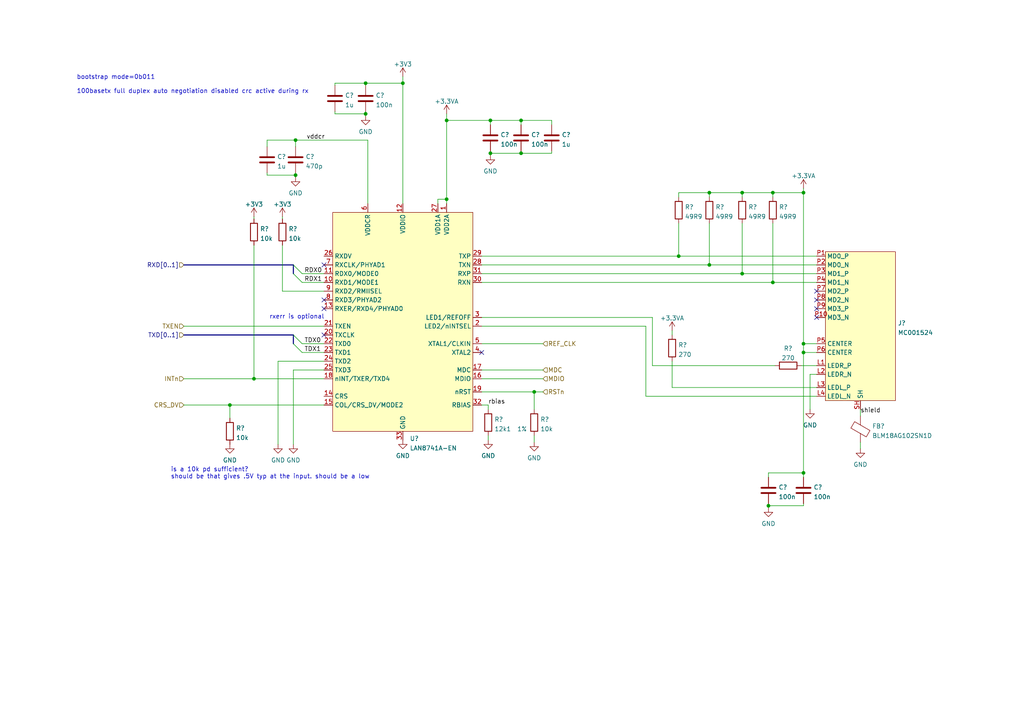
<source format=kicad_sch>
(kicad_sch (version 20211123) (generator eeschema)

  (uuid 3db4e9ac-510d-44fa-937c-4200d7a61cb4)

  (paper "A4")

  (lib_symbols
    (symbol "Device:C" (pin_numbers hide) (pin_names (offset 0.254)) (in_bom yes) (on_board yes)
      (property "Reference" "C" (id 0) (at 0.635 2.54 0)
        (effects (font (size 1.27 1.27)) (justify left))
      )
      (property "Value" "C" (id 1) (at 0.635 -2.54 0)
        (effects (font (size 1.27 1.27)) (justify left))
      )
      (property "Footprint" "" (id 2) (at 0.9652 -3.81 0)
        (effects (font (size 1.27 1.27)) hide)
      )
      (property "Datasheet" "~" (id 3) (at 0 0 0)
        (effects (font (size 1.27 1.27)) hide)
      )
      (property "ki_keywords" "cap capacitor" (id 4) (at 0 0 0)
        (effects (font (size 1.27 1.27)) hide)
      )
      (property "ki_description" "Unpolarized capacitor" (id 5) (at 0 0 0)
        (effects (font (size 1.27 1.27)) hide)
      )
      (property "ki_fp_filters" "C_*" (id 6) (at 0 0 0)
        (effects (font (size 1.27 1.27)) hide)
      )
      (symbol "C_0_1"
        (polyline
          (pts
            (xy -2.032 -0.762)
            (xy 2.032 -0.762)
          )
          (stroke (width 0.508) (type default) (color 0 0 0 0))
          (fill (type none))
        )
        (polyline
          (pts
            (xy -2.032 0.762)
            (xy 2.032 0.762)
          )
          (stroke (width 0.508) (type default) (color 0 0 0 0))
          (fill (type none))
        )
      )
      (symbol "C_1_1"
        (pin passive line (at 0 3.81 270) (length 2.794)
          (name "~" (effects (font (size 1.27 1.27))))
          (number "1" (effects (font (size 1.27 1.27))))
        )
        (pin passive line (at 0 -3.81 90) (length 2.794)
          (name "~" (effects (font (size 1.27 1.27))))
          (number "2" (effects (font (size 1.27 1.27))))
        )
      )
    )
    (symbol "Device:FerriteBead" (pin_numbers hide) (pin_names (offset 0)) (in_bom yes) (on_board yes)
      (property "Reference" "FB" (id 0) (at -3.81 0.635 90)
        (effects (font (size 1.27 1.27)))
      )
      (property "Value" "FerriteBead" (id 1) (at 3.81 0 90)
        (effects (font (size 1.27 1.27)))
      )
      (property "Footprint" "" (id 2) (at -1.778 0 90)
        (effects (font (size 1.27 1.27)) hide)
      )
      (property "Datasheet" "~" (id 3) (at 0 0 0)
        (effects (font (size 1.27 1.27)) hide)
      )
      (property "ki_keywords" "L ferrite bead inductor filter" (id 4) (at 0 0 0)
        (effects (font (size 1.27 1.27)) hide)
      )
      (property "ki_description" "Ferrite bead" (id 5) (at 0 0 0)
        (effects (font (size 1.27 1.27)) hide)
      )
      (property "ki_fp_filters" "Inductor_* L_* *Ferrite*" (id 6) (at 0 0 0)
        (effects (font (size 1.27 1.27)) hide)
      )
      (symbol "FerriteBead_0_1"
        (polyline
          (pts
            (xy 0 -1.27)
            (xy 0 -1.2192)
          )
          (stroke (width 0) (type default) (color 0 0 0 0))
          (fill (type none))
        )
        (polyline
          (pts
            (xy 0 1.27)
            (xy 0 1.2954)
          )
          (stroke (width 0) (type default) (color 0 0 0 0))
          (fill (type none))
        )
        (polyline
          (pts
            (xy -2.7686 0.4064)
            (xy -1.7018 2.2606)
            (xy 2.7686 -0.3048)
            (xy 1.6764 -2.159)
            (xy -2.7686 0.4064)
          )
          (stroke (width 0) (type default) (color 0 0 0 0))
          (fill (type none))
        )
      )
      (symbol "FerriteBead_1_1"
        (pin passive line (at 0 3.81 270) (length 2.54)
          (name "~" (effects (font (size 1.27 1.27))))
          (number "1" (effects (font (size 1.27 1.27))))
        )
        (pin passive line (at 0 -3.81 90) (length 2.54)
          (name "~" (effects (font (size 1.27 1.27))))
          (number "2" (effects (font (size 1.27 1.27))))
        )
      )
    )
    (symbol "Device:R" (pin_numbers hide) (pin_names (offset 0)) (in_bom yes) (on_board yes)
      (property "Reference" "R" (id 0) (at 2.032 0 90)
        (effects (font (size 1.27 1.27)))
      )
      (property "Value" "R" (id 1) (at 0 0 90)
        (effects (font (size 1.27 1.27)))
      )
      (property "Footprint" "" (id 2) (at -1.778 0 90)
        (effects (font (size 1.27 1.27)) hide)
      )
      (property "Datasheet" "~" (id 3) (at 0 0 0)
        (effects (font (size 1.27 1.27)) hide)
      )
      (property "ki_keywords" "R res resistor" (id 4) (at 0 0 0)
        (effects (font (size 1.27 1.27)) hide)
      )
      (property "ki_description" "Resistor" (id 5) (at 0 0 0)
        (effects (font (size 1.27 1.27)) hide)
      )
      (property "ki_fp_filters" "R_*" (id 6) (at 0 0 0)
        (effects (font (size 1.27 1.27)) hide)
      )
      (symbol "R_0_1"
        (rectangle (start -1.016 -2.54) (end 1.016 2.54)
          (stroke (width 0.254) (type default) (color 0 0 0 0))
          (fill (type none))
        )
      )
      (symbol "R_1_1"
        (pin passive line (at 0 3.81 270) (length 1.27)
          (name "~" (effects (font (size 1.27 1.27))))
          (number "1" (effects (font (size 1.27 1.27))))
        )
        (pin passive line (at 0 -3.81 90) (length 1.27)
          (name "~" (effects (font (size 1.27 1.27))))
          (number "2" (effects (font (size 1.27 1.27))))
        )
      )
    )
    (symbol "good_things:LAN8741A-EN" (in_bom yes) (on_board yes)
      (property "Reference" "U" (id 0) (at 6.35 -35.56 0)
        (effects (font (size 1.27 1.27)))
      )
      (property "Value" "LAN8741A-EN" (id 1) (at 12.7 -33.02 0)
        (effects (font (size 1.27 1.27)))
      )
      (property "Footprint" "Package_DFN_QFN:VQFN-32-1EP_5x5mm_P0.5mm_EP3.15x3.15mm_ThermalVias" (id 2) (at 0 78.74 0)
        (effects (font (size 1.27 1.27)) hide)
      )
      (property "Datasheet" "https://www.farnell.com/datasheets/2244694.pdf" (id 3) (at 0 78.74 0)
        (effects (font (size 1.27 1.27)) hide)
      )
      (symbol "LAN8741A-EN_0_1"
        (rectangle (start -20.32 31.75) (end 20.32 -31.75)
          (stroke (width 0.1524) (type default) (color 0 0 0 0))
          (fill (type background))
        )
      )
      (symbol "LAN8741A-EN_1_1"
        (pin input line (at 12.7 34.29 270) (length 2.54)
          (name "VDD2A" (effects (font (size 1.27 1.27))))
          (number "1" (effects (font (size 1.27 1.27))))
        )
        (pin output line (at -22.86 11.43 0) (length 2.54)
          (name "RXD1/MODE1" (effects (font (size 1.27 1.27))))
          (number "10" (effects (font (size 1.27 1.27))))
        )
        (pin output line (at -22.86 13.97 0) (length 2.54)
          (name "RDX0/MODE0" (effects (font (size 1.27 1.27))))
          (number "11" (effects (font (size 1.27 1.27))))
        )
        (pin input line (at 0 34.29 270) (length 2.54)
          (name "VDDIO" (effects (font (size 1.27 1.27))))
          (number "12" (effects (font (size 1.27 1.27))))
        )
        (pin output line (at -22.86 3.81 0) (length 2.54)
          (name "RXER/RXD4/PHYAD0" (effects (font (size 1.27 1.27))))
          (number "13" (effects (font (size 1.27 1.27))))
        )
        (pin input line (at -22.86 -21.59 0) (length 2.54)
          (name "CRS" (effects (font (size 1.27 1.27))))
          (number "14" (effects (font (size 1.27 1.27))))
        )
        (pin input line (at -22.86 -24.13 0) (length 2.54)
          (name "COL/CRS_DV/MODE2" (effects (font (size 1.27 1.27))))
          (number "15" (effects (font (size 1.27 1.27))))
        )
        (pin bidirectional line (at 22.86 -16.51 180) (length 2.54)
          (name "MDIO" (effects (font (size 1.27 1.27))))
          (number "16" (effects (font (size 1.27 1.27))))
        )
        (pin input line (at 22.86 -13.97 180) (length 2.54)
          (name "MDC" (effects (font (size 1.27 1.27))))
          (number "17" (effects (font (size 1.27 1.27))))
        )
        (pin input line (at -22.86 -16.51 0) (length 2.54)
          (name "nINT/TXER/TXD4" (effects (font (size 1.27 1.27))))
          (number "18" (effects (font (size 1.27 1.27))))
        )
        (pin input line (at 22.86 -20.32 180) (length 2.54)
          (name "nRST" (effects (font (size 1.27 1.27))))
          (number "19" (effects (font (size 1.27 1.27))))
        )
        (pin input line (at 22.86 -1.27 180) (length 2.54)
          (name "LED2/nINTSEL" (effects (font (size 1.27 1.27))))
          (number "2" (effects (font (size 1.27 1.27))))
        )
        (pin input line (at -22.86 -3.81 0) (length 2.54)
          (name "TXCLK" (effects (font (size 1.27 1.27))))
          (number "20" (effects (font (size 1.27 1.27))))
        )
        (pin input line (at -22.86 -1.27 0) (length 2.54)
          (name "TXEN" (effects (font (size 1.27 1.27))))
          (number "21" (effects (font (size 1.27 1.27))))
        )
        (pin input line (at -22.86 -6.35 0) (length 2.54)
          (name "TXD0" (effects (font (size 1.27 1.27))))
          (number "22" (effects (font (size 1.27 1.27))))
        )
        (pin input line (at -22.86 -8.89 0) (length 2.54)
          (name "TXD1" (effects (font (size 1.27 1.27))))
          (number "23" (effects (font (size 1.27 1.27))))
        )
        (pin input line (at -22.86 -11.43 0) (length 2.54)
          (name "TXD2" (effects (font (size 1.27 1.27))))
          (number "24" (effects (font (size 1.27 1.27))))
        )
        (pin input line (at -22.86 -13.97 0) (length 2.54)
          (name "TXD3" (effects (font (size 1.27 1.27))))
          (number "25" (effects (font (size 1.27 1.27))))
        )
        (pin output line (at -22.86 19.05 0) (length 2.54)
          (name "RXDV" (effects (font (size 1.27 1.27))))
          (number "26" (effects (font (size 1.27 1.27))))
        )
        (pin power_in line (at 10.16 34.29 270) (length 2.54)
          (name "VDD1A" (effects (font (size 1.27 1.27))))
          (number "27" (effects (font (size 1.27 1.27))))
        )
        (pin output line (at 22.86 16.51 180) (length 2.54)
          (name "TXN" (effects (font (size 1.27 1.27))))
          (number "28" (effects (font (size 1.27 1.27))))
        )
        (pin output line (at 22.86 19.05 180) (length 2.54)
          (name "TXP" (effects (font (size 1.27 1.27))))
          (number "29" (effects (font (size 1.27 1.27))))
        )
        (pin input line (at 22.86 1.27 180) (length 2.54)
          (name "LED1/REFOFF" (effects (font (size 1.27 1.27))))
          (number "3" (effects (font (size 1.27 1.27))))
        )
        (pin input line (at 22.86 11.43 180) (length 2.54)
          (name "RXN" (effects (font (size 1.27 1.27))))
          (number "30" (effects (font (size 1.27 1.27))))
        )
        (pin input line (at 22.86 13.97 180) (length 2.54)
          (name "RXP" (effects (font (size 1.27 1.27))))
          (number "31" (effects (font (size 1.27 1.27))))
        )
        (pin passive line (at 22.86 -24.13 180) (length 2.54)
          (name "RBIAS" (effects (font (size 1.27 1.27))))
          (number "32" (effects (font (size 1.27 1.27))))
        )
        (pin power_in line (at 0 -34.29 90) (length 2.54)
          (name "GND" (effects (font (size 1.27 1.27))))
          (number "33" (effects (font (size 1.27 1.27))))
        )
        (pin passive line (at 22.86 -8.89 180) (length 2.54)
          (name "XTAL2" (effects (font (size 1.27 1.27))))
          (number "4" (effects (font (size 1.27 1.27))))
        )
        (pin input line (at 22.86 -6.35 180) (length 2.54)
          (name "XTAL1/CLKIN" (effects (font (size 1.27 1.27))))
          (number "5" (effects (font (size 1.27 1.27))))
        )
        (pin input line (at -10.16 34.29 270) (length 2.54)
          (name "VDDCR" (effects (font (size 1.27 1.27))))
          (number "6" (effects (font (size 1.27 1.27))))
        )
        (pin output line (at -22.86 16.51 0) (length 2.54)
          (name "RXCLK/PHYAD1" (effects (font (size 1.27 1.27))))
          (number "7" (effects (font (size 1.27 1.27))))
        )
        (pin output line (at -22.86 6.35 0) (length 2.54)
          (name "RXD3/PHYAD2" (effects (font (size 1.27 1.27))))
          (number "8" (effects (font (size 1.27 1.27))))
        )
        (pin output line (at -22.86 8.89 0) (length 2.54)
          (name "RXD2/RMIISEL" (effects (font (size 1.27 1.27))))
          (number "9" (effects (font (size 1.27 1.27))))
        )
      )
    )
    (symbol "good_things:MC001524" (in_bom yes) (on_board yes)
      (property "Reference" "J" (id 0) (at 0 25.4 0)
        (effects (font (size 1.27 1.27)))
      )
      (property "Value" "MC001524" (id 1) (at 0 22.86 0)
        (effects (font (size 1.27 1.27)))
      )
      (property "Footprint" "good_things:MC001524" (id 2) (at 10.16 -22.86 0)
        (effects (font (size 1.27 1.27)) hide)
      )
      (property "Datasheet" "https://datasheet.octopart.com/MC001524-Multicomp-datasheet-68628660.pdf" (id 3) (at 10.16 -22.86 0)
        (effects (font (size 1.27 1.27)) hide)
      )
      (property "ki_keywords" "RJ45 magnetics" (id 4) (at 0 0 0)
        (effects (font (size 1.27 1.27)) hide)
      )
      (symbol "MC001524_0_1"
        (rectangle (start -10.16 21.59) (end 10.16 -21.59)
          (stroke (width 0.1524) (type default) (color 0 0 0 0))
          (fill (type background))
        )
      )
      (symbol "MC001524_1_1"
        (pin passive line (at -12.7 -11.43 0) (length 2.54)
          (name "LEDR_P" (effects (font (size 1.27 1.27))))
          (number "L1" (effects (font (size 1.27 1.27))))
        )
        (pin passive line (at -12.7 -13.97 0) (length 2.54)
          (name "LEDR_N" (effects (font (size 1.27 1.27))))
          (number "L2" (effects (font (size 1.27 1.27))))
        )
        (pin passive line (at -12.7 -17.78 0) (length 2.54)
          (name "LEDL_P" (effects (font (size 1.27 1.27))))
          (number "L3" (effects (font (size 1.27 1.27))))
        )
        (pin passive line (at -12.7 -20.32 0) (length 2.54)
          (name "LEDL_N" (effects (font (size 1.27 1.27))))
          (number "L4" (effects (font (size 1.27 1.27))))
        )
        (pin passive line (at -12.7 20.32 0) (length 2.54)
          (name "MD0_P" (effects (font (size 1.27 1.27))))
          (number "P1" (effects (font (size 1.27 1.27))))
        )
        (pin passive line (at -12.7 2.54 0) (length 2.54)
          (name "MD3_N" (effects (font (size 1.27 1.27))))
          (number "P10" (effects (font (size 1.27 1.27))))
        )
        (pin passive line (at -12.7 17.78 0) (length 2.54)
          (name "MD0_N" (effects (font (size 1.27 1.27))))
          (number "P2" (effects (font (size 1.27 1.27))))
        )
        (pin passive line (at -12.7 15.24 0) (length 2.54)
          (name "MD1_P" (effects (font (size 1.27 1.27))))
          (number "P3" (effects (font (size 1.27 1.27))))
        )
        (pin passive line (at -12.7 12.7 0) (length 2.54)
          (name "MD1_N" (effects (font (size 1.27 1.27))))
          (number "P4" (effects (font (size 1.27 1.27))))
        )
        (pin passive line (at -12.7 -5.08 0) (length 2.54)
          (name "CENTER" (effects (font (size 1.27 1.27))))
          (number "P5" (effects (font (size 1.27 1.27))))
        )
        (pin passive line (at -12.7 -7.62 0) (length 2.54)
          (name "CENTER" (effects (font (size 1.27 1.27))))
          (number "P6" (effects (font (size 1.27 1.27))))
        )
        (pin passive line (at -12.7 10.16 0) (length 2.54)
          (name "MD2_P" (effects (font (size 1.27 1.27))))
          (number "P7" (effects (font (size 1.27 1.27))))
        )
        (pin passive line (at -12.7 7.62 0) (length 2.54)
          (name "MD2_N" (effects (font (size 1.27 1.27))))
          (number "P8" (effects (font (size 1.27 1.27))))
        )
        (pin passive line (at -12.7 5.08 0) (length 2.54)
          (name "MD3_P" (effects (font (size 1.27 1.27))))
          (number "P9" (effects (font (size 1.27 1.27))))
        )
        (pin passive line (at 0 -24.13 90) (length 2.54)
          (name "SH" (effects (font (size 1.27 1.27))))
          (number "SH" (effects (font (size 1.27 1.27))))
        )
      )
    )
    (symbol "power:+3.3VA" (power) (pin_names (offset 0)) (in_bom yes) (on_board yes)
      (property "Reference" "#PWR" (id 0) (at 0 -3.81 0)
        (effects (font (size 1.27 1.27)) hide)
      )
      (property "Value" "+3.3VA" (id 1) (at 0 3.556 0)
        (effects (font (size 1.27 1.27)))
      )
      (property "Footprint" "" (id 2) (at 0 0 0)
        (effects (font (size 1.27 1.27)) hide)
      )
      (property "Datasheet" "" (id 3) (at 0 0 0)
        (effects (font (size 1.27 1.27)) hide)
      )
      (property "ki_keywords" "power-flag" (id 4) (at 0 0 0)
        (effects (font (size 1.27 1.27)) hide)
      )
      (property "ki_description" "Power symbol creates a global label with name \"+3.3VA\"" (id 5) (at 0 0 0)
        (effects (font (size 1.27 1.27)) hide)
      )
      (symbol "+3.3VA_0_1"
        (polyline
          (pts
            (xy -0.762 1.27)
            (xy 0 2.54)
          )
          (stroke (width 0) (type default) (color 0 0 0 0))
          (fill (type none))
        )
        (polyline
          (pts
            (xy 0 0)
            (xy 0 2.54)
          )
          (stroke (width 0) (type default) (color 0 0 0 0))
          (fill (type none))
        )
        (polyline
          (pts
            (xy 0 2.54)
            (xy 0.762 1.27)
          )
          (stroke (width 0) (type default) (color 0 0 0 0))
          (fill (type none))
        )
      )
      (symbol "+3.3VA_1_1"
        (pin power_in line (at 0 0 90) (length 0) hide
          (name "+3.3VA" (effects (font (size 1.27 1.27))))
          (number "1" (effects (font (size 1.27 1.27))))
        )
      )
    )
    (symbol "power:+3V3" (power) (pin_names (offset 0)) (in_bom yes) (on_board yes)
      (property "Reference" "#PWR" (id 0) (at 0 -3.81 0)
        (effects (font (size 1.27 1.27)) hide)
      )
      (property "Value" "+3V3" (id 1) (at 0 3.556 0)
        (effects (font (size 1.27 1.27)))
      )
      (property "Footprint" "" (id 2) (at 0 0 0)
        (effects (font (size 1.27 1.27)) hide)
      )
      (property "Datasheet" "" (id 3) (at 0 0 0)
        (effects (font (size 1.27 1.27)) hide)
      )
      (property "ki_keywords" "power-flag" (id 4) (at 0 0 0)
        (effects (font (size 1.27 1.27)) hide)
      )
      (property "ki_description" "Power symbol creates a global label with name \"+3V3\"" (id 5) (at 0 0 0)
        (effects (font (size 1.27 1.27)) hide)
      )
      (symbol "+3V3_0_1"
        (polyline
          (pts
            (xy -0.762 1.27)
            (xy 0 2.54)
          )
          (stroke (width 0) (type default) (color 0 0 0 0))
          (fill (type none))
        )
        (polyline
          (pts
            (xy 0 0)
            (xy 0 2.54)
          )
          (stroke (width 0) (type default) (color 0 0 0 0))
          (fill (type none))
        )
        (polyline
          (pts
            (xy 0 2.54)
            (xy 0.762 1.27)
          )
          (stroke (width 0) (type default) (color 0 0 0 0))
          (fill (type none))
        )
      )
      (symbol "+3V3_1_1"
        (pin power_in line (at 0 0 90) (length 0) hide
          (name "+3V3" (effects (font (size 1.27 1.27))))
          (number "1" (effects (font (size 1.27 1.27))))
        )
      )
    )
    (symbol "power:GND" (power) (pin_names (offset 0)) (in_bom yes) (on_board yes)
      (property "Reference" "#PWR" (id 0) (at 0 -6.35 0)
        (effects (font (size 1.27 1.27)) hide)
      )
      (property "Value" "GND" (id 1) (at 0 -3.81 0)
        (effects (font (size 1.27 1.27)))
      )
      (property "Footprint" "" (id 2) (at 0 0 0)
        (effects (font (size 1.27 1.27)) hide)
      )
      (property "Datasheet" "" (id 3) (at 0 0 0)
        (effects (font (size 1.27 1.27)) hide)
      )
      (property "ki_keywords" "power-flag" (id 4) (at 0 0 0)
        (effects (font (size 1.27 1.27)) hide)
      )
      (property "ki_description" "Power symbol creates a global label with name \"GND\" , ground" (id 5) (at 0 0 0)
        (effects (font (size 1.27 1.27)) hide)
      )
      (symbol "GND_0_1"
        (polyline
          (pts
            (xy 0 0)
            (xy 0 -1.27)
            (xy 1.27 -1.27)
            (xy 0 -2.54)
            (xy -1.27 -1.27)
            (xy 0 -1.27)
          )
          (stroke (width 0) (type default) (color 0 0 0 0))
          (fill (type none))
        )
      )
      (symbol "GND_1_1"
        (pin power_in line (at 0 0 270) (length 0) hide
          (name "GND" (effects (font (size 1.27 1.27))))
          (number "1" (effects (font (size 1.27 1.27))))
        )
      )
    )
  )

  (junction (at 196.85 74.295) (diameter 0) (color 0 0 0 0)
    (uuid 0eddd58f-f5bd-4390-965b-b0417a8075ce)
  )
  (junction (at 73.66 109.855) (diameter 0) (color 0 0 0 0)
    (uuid 14698e2c-6b3c-445b-aad2-6a713c1649e7)
  )
  (junction (at 66.675 117.475) (diameter 0) (color 0 0 0 0)
    (uuid 1f9f185f-78c2-4fa5-992e-7fc0265bcd95)
  )
  (junction (at 106.045 33.02) (diameter 0) (color 0 0 0 0)
    (uuid 2f9fcc6a-8c44-408a-ac0f-68e492203a01)
  )
  (junction (at 154.94 113.665) (diameter 0) (color 0 0 0 0)
    (uuid 40588394-eb22-46d3-b4e9-b6dd4ae1ab16)
  )
  (junction (at 233.045 99.695) (diameter 0) (color 0 0 0 0)
    (uuid 470e200b-47c0-46f1-85d9-4b1d7e163c40)
  )
  (junction (at 215.265 55.88) (diameter 0) (color 0 0 0 0)
    (uuid 5232d06c-b6d4-4d55-8927-620bfe28e212)
  )
  (junction (at 233.045 55.88) (diameter 0) (color 0 0 0 0)
    (uuid 565d956b-16c1-4e10-90ad-6c3ae8aaf1e8)
  )
  (junction (at 233.045 137.16) (diameter 0) (color 0 0 0 0)
    (uuid 676f3efc-099d-49d2-b0f6-7ae274ac0636)
  )
  (junction (at 85.725 50.8) (diameter 0) (color 0 0 0 0)
    (uuid 6d116efb-bb44-47a1-9612-9d30ceae3714)
  )
  (junction (at 116.84 24.13) (diameter 0) (color 0 0 0 0)
    (uuid 6de75d22-3604-4bc1-821c-3490aa63734c)
  )
  (junction (at 222.885 146.685) (diameter 0) (color 0 0 0 0)
    (uuid 6e0196eb-1706-4bd5-b25b-bf9a41f495ad)
  )
  (junction (at 224.155 55.88) (diameter 0) (color 0 0 0 0)
    (uuid 6efeaa1d-0057-4160-894a-d82b665b9d06)
  )
  (junction (at 142.24 34.925) (diameter 0) (color 0 0 0 0)
    (uuid 71bdce87-c049-4b1b-ab10-ba64d0cd7eaf)
  )
  (junction (at 129.54 34.925) (diameter 0) (color 0 0 0 0)
    (uuid 903028e6-396f-48a4-9dfc-9202d90b3f99)
  )
  (junction (at 142.24 44.45) (diameter 0) (color 0 0 0 0)
    (uuid 955bf77a-3e01-49ca-8bf2-26f446445fd6)
  )
  (junction (at 85.725 40.64) (diameter 0) (color 0 0 0 0)
    (uuid aa2e8f15-bfe9-4e1c-a53f-95a09cf06f2a)
  )
  (junction (at 151.13 34.925) (diameter 0) (color 0 0 0 0)
    (uuid afbbf021-e46f-464a-883d-a03cea2523dd)
  )
  (junction (at 205.74 55.88) (diameter 0) (color 0 0 0 0)
    (uuid bc15b2d1-c496-4690-b421-f1d79c0eb849)
  )
  (junction (at 224.155 81.915) (diameter 0) (color 0 0 0 0)
    (uuid bd72e1e1-2748-4e4a-a494-c52c57b635d1)
  )
  (junction (at 106.045 24.13) (diameter 0) (color 0 0 0 0)
    (uuid bed37b5e-5730-40a6-aa2b-c4c08856f149)
  )
  (junction (at 205.74 76.835) (diameter 0) (color 0 0 0 0)
    (uuid d8cc2740-b7d4-443c-939b-183f175fcf14)
  )
  (junction (at 215.265 79.375) (diameter 0) (color 0 0 0 0)
    (uuid d9232336-2632-475d-bf1e-0468b1c1eac2)
  )
  (junction (at 129.54 57.785) (diameter 0) (color 0 0 0 0)
    (uuid df8d448f-3c5b-420e-a2dd-cb9476bed399)
  )
  (junction (at 151.13 44.45) (diameter 0) (color 0 0 0 0)
    (uuid e2f4fa14-7b36-4b0f-b60c-ab855468bb80)
  )
  (junction (at 233.045 102.235) (diameter 0) (color 0 0 0 0)
    (uuid f8da16ca-b534-499d-a232-78a8461a683a)
  )

  (no_connect (at 93.98 86.995) (uuid 579c11a1-44dd-47cd-b861-87ea1403fd25))
  (no_connect (at 93.98 97.155) (uuid 6c320019-dc8e-42a8-bfda-5c850ecd927a))
  (no_connect (at 236.855 84.455) (uuid 7aaf42d7-f7d9-4cb2-a059-4f3374f4a7b5))
  (no_connect (at 236.855 92.075) (uuid 93b8b151-8780-49cd-9d92-11756c5fb6ee))
  (no_connect (at 236.855 86.995) (uuid a1c9737d-e715-4e4e-93ca-316621e3c45f))
  (no_connect (at 93.98 76.835) (uuid a1df4904-3b4e-4638-8934-7b9724624642))
  (no_connect (at 139.7 102.235) (uuid b51c3e15-9496-413b-9026-fcbc8434ae16))
  (no_connect (at 93.98 89.535) (uuid b87d1e41-f52c-424c-9358-16e05422cf43))
  (no_connect (at 236.855 89.535) (uuid ba051ced-816e-48fa-840a-1d095af6f42e))

  (bus_entry (at 85.09 79.375) (size 2.54 2.54)
    (stroke (width 0) (type default) (color 0 0 0 0))
    (uuid 8197022a-84f7-49f9-9c9b-b510612b816e)
  )
  (bus_entry (at 85.09 97.155) (size 2.54 2.54)
    (stroke (width 0) (type default) (color 0 0 0 0))
    (uuid 9fdcf8cd-7192-4268-a492-06bd948e3874)
  )
  (bus_entry (at 85.09 99.695) (size 2.54 2.54)
    (stroke (width 0) (type default) (color 0 0 0 0))
    (uuid 9fdcf8cd-7192-4268-a492-06bd948e3875)
  )
  (bus_entry (at 85.09 76.835) (size 2.54 2.54)
    (stroke (width 0) (type default) (color 0 0 0 0))
    (uuid d03009ed-a0c4-4e38-a097-c8daf1dcda06)
  )

  (wire (pts (xy 141.605 117.475) (xy 141.605 118.745))
    (stroke (width 0) (type default) (color 0 0 0 0))
    (uuid 00fcbb07-8d7a-4d05-a79e-c6f95243d545)
  )
  (wire (pts (xy 97.155 24.13) (xy 106.045 24.13))
    (stroke (width 0) (type default) (color 0 0 0 0))
    (uuid 05850c28-2ca5-4670-afe9-599de71ee44a)
  )
  (wire (pts (xy 77.47 40.64) (xy 77.47 42.545))
    (stroke (width 0) (type default) (color 0 0 0 0))
    (uuid 073ff9dd-ac83-4e5c-bcad-23063996c8e7)
  )
  (wire (pts (xy 116.84 24.13) (xy 116.84 59.055))
    (stroke (width 0) (type default) (color 0 0 0 0))
    (uuid 07e13c24-f2bf-49b7-9981-16a7c7dbfeea)
  )
  (wire (pts (xy 222.885 146.05) (xy 222.885 146.685))
    (stroke (width 0) (type default) (color 0 0 0 0))
    (uuid 0873f820-fa79-445a-8b81-5d7785830469)
  )
  (wire (pts (xy 151.13 44.45) (xy 151.13 43.815))
    (stroke (width 0) (type default) (color 0 0 0 0))
    (uuid 0bc473e4-f476-4758-a5f3-3a37116c4ff2)
  )
  (wire (pts (xy 127 57.785) (xy 127 59.055))
    (stroke (width 0) (type default) (color 0 0 0 0))
    (uuid 0fcad432-e55d-488b-b5e3-66d63fd1d434)
  )
  (wire (pts (xy 142.24 44.45) (xy 142.24 45.085))
    (stroke (width 0) (type default) (color 0 0 0 0))
    (uuid 1004a936-54d0-4458-9686-960a261622fe)
  )
  (wire (pts (xy 129.54 57.785) (xy 129.54 59.055))
    (stroke (width 0) (type default) (color 0 0 0 0))
    (uuid 11d998c8-ac92-4359-96f0-adb6803adb31)
  )
  (wire (pts (xy 215.265 64.77) (xy 215.265 79.375))
    (stroke (width 0) (type default) (color 0 0 0 0))
    (uuid 123f2a2a-afdf-48ff-996b-3c6c1310d0ee)
  )
  (wire (pts (xy 106.045 24.765) (xy 106.045 24.13))
    (stroke (width 0) (type default) (color 0 0 0 0))
    (uuid 14d75c69-b529-48b2-89a3-5c09e002764f)
  )
  (bus (pts (xy 53.34 76.835) (xy 85.09 76.835))
    (stroke (width 0) (type default) (color 0 0 0 0))
    (uuid 1776e37e-b615-48cd-b7e9-6954f98164f5)
  )

  (wire (pts (xy 53.34 117.475) (xy 66.675 117.475))
    (stroke (width 0) (type default) (color 0 0 0 0))
    (uuid 1a315165-6a53-4ae0-b531-d376380a60fc)
  )
  (wire (pts (xy 233.045 102.235) (xy 233.045 137.16))
    (stroke (width 0) (type default) (color 0 0 0 0))
    (uuid 1c460075-2900-4034-a331-ef012ca2d9d3)
  )
  (wire (pts (xy 196.85 57.15) (xy 196.85 55.88))
    (stroke (width 0) (type default) (color 0 0 0 0))
    (uuid 1d6b2e28-362f-423a-85cb-1ec80535b229)
  )
  (wire (pts (xy 141.605 126.365) (xy 141.605 127.635))
    (stroke (width 0) (type default) (color 0 0 0 0))
    (uuid 20c525f7-a75c-4e1b-be32-55c5a081855a)
  )
  (wire (pts (xy 222.885 137.16) (xy 222.885 138.43))
    (stroke (width 0) (type default) (color 0 0 0 0))
    (uuid 22b7985b-5733-4653-9fdc-e12187fc7823)
  )
  (wire (pts (xy 139.7 79.375) (xy 215.265 79.375))
    (stroke (width 0) (type default) (color 0 0 0 0))
    (uuid 2576ea7d-68aa-41ad-94b3-77d0b4a93884)
  )
  (wire (pts (xy 189.23 106.045) (xy 224.79 106.045))
    (stroke (width 0) (type default) (color 0 0 0 0))
    (uuid 2765f497-9e25-4c92-8306-046756d2da1a)
  )
  (wire (pts (xy 142.24 43.815) (xy 142.24 44.45))
    (stroke (width 0) (type default) (color 0 0 0 0))
    (uuid 2796f4a3-e6d1-44b9-a415-c563ddc5ee66)
  )
  (wire (pts (xy 139.7 107.315) (xy 157.48 107.315))
    (stroke (width 0) (type default) (color 0 0 0 0))
    (uuid 27a0db61-1c8a-4e25-9e10-a9d7a57df682)
  )
  (wire (pts (xy 77.47 50.8) (xy 77.47 50.165))
    (stroke (width 0) (type default) (color 0 0 0 0))
    (uuid 2d2847fd-3d72-4bf0-a80b-0f06a56c4b9d)
  )
  (wire (pts (xy 224.155 57.15) (xy 224.155 55.88))
    (stroke (width 0) (type default) (color 0 0 0 0))
    (uuid 323700a7-3e9b-42c3-a214-1e59eb303b9e)
  )
  (wire (pts (xy 215.265 55.88) (xy 205.74 55.88))
    (stroke (width 0) (type default) (color 0 0 0 0))
    (uuid 357055bf-dc85-4cb8-9749-2377cd77f08e)
  )
  (wire (pts (xy 85.725 50.8) (xy 77.47 50.8))
    (stroke (width 0) (type default) (color 0 0 0 0))
    (uuid 35b2cce0-cbb1-43d5-9165-0d33ebb3dbaa)
  )
  (wire (pts (xy 233.045 54.61) (xy 233.045 55.88))
    (stroke (width 0) (type default) (color 0 0 0 0))
    (uuid 39cc7367-0b52-4235-a067-069f5fe13d5a)
  )
  (wire (pts (xy 139.7 94.615) (xy 187.325 94.615))
    (stroke (width 0) (type default) (color 0 0 0 0))
    (uuid 3bd81ff8-d5c0-46fb-b801-b015559bf83f)
  )
  (wire (pts (xy 233.045 146.685) (xy 233.045 146.05))
    (stroke (width 0) (type default) (color 0 0 0 0))
    (uuid 3c45ed41-d801-4de5-b840-ed82e8c18e5f)
  )
  (wire (pts (xy 189.23 92.075) (xy 139.7 92.075))
    (stroke (width 0) (type default) (color 0 0 0 0))
    (uuid 3cc14181-c5dd-44d9-a673-5489687c2e99)
  )
  (bus (pts (xy 53.34 97.155) (xy 85.09 97.155))
    (stroke (width 0) (type default) (color 0 0 0 0))
    (uuid 3d231936-cf1b-4fd8-96a2-66436c4afe53)
  )
  (bus (pts (xy 85.09 99.695) (xy 85.09 97.155))
    (stroke (width 0) (type default) (color 0 0 0 0))
    (uuid 3f0a0be3-e998-403f-a2f6-f4cbdb17a8a5)
  )

  (wire (pts (xy 233.045 99.695) (xy 233.045 102.235))
    (stroke (width 0) (type default) (color 0 0 0 0))
    (uuid 40e408bd-0d3e-4e33-bc28-399959b3340c)
  )
  (wire (pts (xy 87.63 102.235) (xy 93.98 102.235))
    (stroke (width 0) (type default) (color 0 0 0 0))
    (uuid 4b0abd26-3039-4dfc-b184-ac6c03294480)
  )
  (wire (pts (xy 97.155 33.02) (xy 97.155 32.385))
    (stroke (width 0) (type default) (color 0 0 0 0))
    (uuid 4bebe8c1-b400-4477-8dcf-48a32a7210e2)
  )
  (wire (pts (xy 139.7 99.695) (xy 157.48 99.695))
    (stroke (width 0) (type default) (color 0 0 0 0))
    (uuid 4c63011e-b4d3-4987-ad69-34df6bcd0936)
  )
  (wire (pts (xy 249.555 128.27) (xy 249.555 130.175))
    (stroke (width 0) (type default) (color 0 0 0 0))
    (uuid 5150f2f9-af1e-45bd-a71a-603e49012075)
  )
  (wire (pts (xy 233.045 137.16) (xy 222.885 137.16))
    (stroke (width 0) (type default) (color 0 0 0 0))
    (uuid 53db002c-8007-4014-abc3-0d95fd35a31d)
  )
  (wire (pts (xy 205.74 55.88) (xy 205.74 57.15))
    (stroke (width 0) (type default) (color 0 0 0 0))
    (uuid 540871d6-d0c1-49c3-a0e9-2e2c347faa8e)
  )
  (wire (pts (xy 106.045 24.13) (xy 116.84 24.13))
    (stroke (width 0) (type default) (color 0 0 0 0))
    (uuid 574eae89-efc4-4a15-8e76-22f39d47430b)
  )
  (wire (pts (xy 139.7 81.915) (xy 224.155 81.915))
    (stroke (width 0) (type default) (color 0 0 0 0))
    (uuid 57bb0e56-db80-4c3e-87ff-52ddaa9e617c)
  )
  (wire (pts (xy 66.675 117.475) (xy 66.675 121.285))
    (stroke (width 0) (type default) (color 0 0 0 0))
    (uuid 597def4e-dadc-4bcf-be35-9b461ec1a048)
  )
  (wire (pts (xy 236.855 108.585) (xy 234.95 108.585))
    (stroke (width 0) (type default) (color 0 0 0 0))
    (uuid 5a6ef8d1-62d7-4cd8-8b0e-ae9f63eb53d5)
  )
  (wire (pts (xy 93.98 104.775) (xy 80.645 104.775))
    (stroke (width 0) (type default) (color 0 0 0 0))
    (uuid 5c134cd9-a404-42ee-a077-457f2222dca5)
  )
  (wire (pts (xy 232.41 106.045) (xy 236.855 106.045))
    (stroke (width 0) (type default) (color 0 0 0 0))
    (uuid 5e090834-c386-4467-9f6f-3e57b7215568)
  )
  (wire (pts (xy 151.13 34.925) (xy 160.02 34.925))
    (stroke (width 0) (type default) (color 0 0 0 0))
    (uuid 5f9e1419-2674-4517-bc34-91ae65067a03)
  )
  (wire (pts (xy 81.915 62.865) (xy 81.915 63.5))
    (stroke (width 0) (type default) (color 0 0 0 0))
    (uuid 635652d2-d352-4c43-aae9-4f953c1bbebf)
  )
  (wire (pts (xy 73.66 109.855) (xy 93.98 109.855))
    (stroke (width 0) (type default) (color 0 0 0 0))
    (uuid 636fa802-b662-4119-8a34-da5396a8c73e)
  )
  (wire (pts (xy 139.7 113.665) (xy 154.94 113.665))
    (stroke (width 0) (type default) (color 0 0 0 0))
    (uuid 66986f3d-3c7e-4e85-b929-0395f3b64f22)
  )
  (wire (pts (xy 139.7 76.835) (xy 205.74 76.835))
    (stroke (width 0) (type default) (color 0 0 0 0))
    (uuid 68282f16-392f-4d1e-b4ec-357223fa740f)
  )
  (wire (pts (xy 224.155 55.88) (xy 233.045 55.88))
    (stroke (width 0) (type default) (color 0 0 0 0))
    (uuid 69339c2a-a3de-4af0-ad19-6094bcebc7cf)
  )
  (wire (pts (xy 236.855 99.695) (xy 233.045 99.695))
    (stroke (width 0) (type default) (color 0 0 0 0))
    (uuid 69eae572-8226-4111-affb-5f1ca34d05a0)
  )
  (wire (pts (xy 160.02 44.45) (xy 151.13 44.45))
    (stroke (width 0) (type default) (color 0 0 0 0))
    (uuid 6ceff96b-8e3e-4041-8636-b9c5c16b9719)
  )
  (wire (pts (xy 233.045 99.695) (xy 233.045 55.88))
    (stroke (width 0) (type default) (color 0 0 0 0))
    (uuid 6d4bc7bc-f54a-49c6-9cd0-997eb65ccfb0)
  )
  (wire (pts (xy 87.63 81.915) (xy 93.98 81.915))
    (stroke (width 0) (type default) (color 0 0 0 0))
    (uuid 6ddef181-2d63-44c1-ba27-e3bb3b026ff7)
  )
  (wire (pts (xy 139.7 117.475) (xy 141.605 117.475))
    (stroke (width 0) (type default) (color 0 0 0 0))
    (uuid 6e0f3c71-2750-410d-b71d-b76c5457d7d3)
  )
  (wire (pts (xy 93.98 99.695) (xy 87.63 99.695))
    (stroke (width 0) (type default) (color 0 0 0 0))
    (uuid 6ea6f180-ca9e-441f-99d9-d6d7643046c5)
  )
  (wire (pts (xy 53.34 109.855) (xy 73.66 109.855))
    (stroke (width 0) (type default) (color 0 0 0 0))
    (uuid 716236c5-c78a-46fa-84e4-d3b03c006307)
  )
  (wire (pts (xy 85.725 40.64) (xy 77.47 40.64))
    (stroke (width 0) (type default) (color 0 0 0 0))
    (uuid 751b2c41-7f2b-40e1-87f7-6de3746a6f8d)
  )
  (wire (pts (xy 187.325 114.935) (xy 236.855 114.935))
    (stroke (width 0) (type default) (color 0 0 0 0))
    (uuid 75e0d85d-82be-411b-99af-60d91d3d58e7)
  )
  (wire (pts (xy 196.85 64.77) (xy 196.85 74.295))
    (stroke (width 0) (type default) (color 0 0 0 0))
    (uuid 7a7febab-109c-4856-8763-a001d14fdf08)
  )
  (wire (pts (xy 129.54 33.02) (xy 129.54 34.925))
    (stroke (width 0) (type default) (color 0 0 0 0))
    (uuid 7abc0277-f2c6-4b58-80bc-d59e79aae595)
  )
  (wire (pts (xy 142.24 34.925) (xy 151.13 34.925))
    (stroke (width 0) (type default) (color 0 0 0 0))
    (uuid 7b616c85-0ce6-4fee-8662-0ab4567ea903)
  )
  (wire (pts (xy 151.13 34.925) (xy 151.13 36.195))
    (stroke (width 0) (type default) (color 0 0 0 0))
    (uuid 7c256a53-bf82-4a54-88e2-6232edef27bb)
  )
  (wire (pts (xy 80.645 104.775) (xy 80.645 128.905))
    (stroke (width 0) (type default) (color 0 0 0 0))
    (uuid 7dd07453-2c3b-4289-96fd-c9ab3e30e4f2)
  )
  (wire (pts (xy 129.54 34.925) (xy 129.54 57.785))
    (stroke (width 0) (type default) (color 0 0 0 0))
    (uuid 835c2052-ba4e-46c0-8caf-4a0bd4c0d654)
  )
  (wire (pts (xy 196.85 55.88) (xy 205.74 55.88))
    (stroke (width 0) (type default) (color 0 0 0 0))
    (uuid 83ad6f02-db36-4f20-ab6f-688182edb16e)
  )
  (wire (pts (xy 160.02 34.925) (xy 160.02 36.195))
    (stroke (width 0) (type default) (color 0 0 0 0))
    (uuid 84334cd5-6424-4b3b-9734-85ba4188870c)
  )
  (wire (pts (xy 233.045 138.43) (xy 233.045 137.16))
    (stroke (width 0) (type default) (color 0 0 0 0))
    (uuid 876b0674-6c7c-43c0-a409-9f306159a6a4)
  )
  (wire (pts (xy 224.155 64.77) (xy 224.155 81.915))
    (stroke (width 0) (type default) (color 0 0 0 0))
    (uuid 8a6111c2-fa85-4d87-adcf-dafee1d496e7)
  )
  (bus (pts (xy 85.09 79.375) (xy 85.09 76.835))
    (stroke (width 0) (type default) (color 0 0 0 0))
    (uuid 8a7505dc-8833-4725-9456-a43bf9af7a26)
  )

  (wire (pts (xy 106.045 33.02) (xy 97.155 33.02))
    (stroke (width 0) (type default) (color 0 0 0 0))
    (uuid 8a926f9a-dcd9-4de7-b6ef-3500da123b8c)
  )
  (wire (pts (xy 85.725 40.64) (xy 85.725 42.545))
    (stroke (width 0) (type default) (color 0 0 0 0))
    (uuid 8c6cbcc4-93ff-4c25-95ce-0bc2f18709c7)
  )
  (wire (pts (xy 154.94 113.665) (xy 154.94 118.745))
    (stroke (width 0) (type default) (color 0 0 0 0))
    (uuid 8ea0ddc9-7eb6-429e-94ca-c8ea30c90310)
  )
  (wire (pts (xy 142.24 44.45) (xy 151.13 44.45))
    (stroke (width 0) (type default) (color 0 0 0 0))
    (uuid 8fca2a6a-f1ee-4d3e-8221-e44a53944d9c)
  )
  (wire (pts (xy 106.68 40.64) (xy 106.68 59.055))
    (stroke (width 0) (type default) (color 0 0 0 0))
    (uuid 95f69260-b9bf-446d-9e98-a4f599fc31cf)
  )
  (wire (pts (xy 66.675 117.475) (xy 93.98 117.475))
    (stroke (width 0) (type default) (color 0 0 0 0))
    (uuid 97349b54-37d0-4150-8dc5-865b63b11359)
  )
  (wire (pts (xy 154.94 126.365) (xy 154.94 128.27))
    (stroke (width 0) (type default) (color 0 0 0 0))
    (uuid 97df5247-413f-40de-8bb4-e4e67d3df5b9)
  )
  (wire (pts (xy 224.155 55.88) (xy 215.265 55.88))
    (stroke (width 0) (type default) (color 0 0 0 0))
    (uuid 9a5bf712-4412-480f-b7ec-88595b6218f7)
  )
  (wire (pts (xy 53.34 94.615) (xy 93.98 94.615))
    (stroke (width 0) (type default) (color 0 0 0 0))
    (uuid 9b1b484f-38b3-4008-99d8-75b74d3fdbd8)
  )
  (wire (pts (xy 187.325 94.615) (xy 187.325 114.935))
    (stroke (width 0) (type default) (color 0 0 0 0))
    (uuid 9e0b740d-1d70-4a47-bf69-54592eb99b02)
  )
  (wire (pts (xy 85.09 128.905) (xy 85.09 107.315))
    (stroke (width 0) (type default) (color 0 0 0 0))
    (uuid a38d7ea9-7497-4a64-a39d-e268880d1805)
  )
  (wire (pts (xy 73.66 71.12) (xy 73.66 109.855))
    (stroke (width 0) (type default) (color 0 0 0 0))
    (uuid a41067db-b066-41f9-8e75-cdff197fbd0f)
  )
  (wire (pts (xy 215.265 79.375) (xy 236.855 79.375))
    (stroke (width 0) (type default) (color 0 0 0 0))
    (uuid a71c7f22-2177-4231-9768-edcd6b0b89b9)
  )
  (wire (pts (xy 129.54 57.785) (xy 127 57.785))
    (stroke (width 0) (type default) (color 0 0 0 0))
    (uuid a872a6f6-1dab-48b3-b25b-3c4c93fc97af)
  )
  (wire (pts (xy 196.85 74.295) (xy 236.855 74.295))
    (stroke (width 0) (type default) (color 0 0 0 0))
    (uuid a968d36c-e24a-40d0-afdb-7aa2e58d00d3)
  )
  (wire (pts (xy 215.265 57.15) (xy 215.265 55.88))
    (stroke (width 0) (type default) (color 0 0 0 0))
    (uuid a9a8fff1-dd81-4ee7-8c94-7055e5904231)
  )
  (wire (pts (xy 189.23 106.045) (xy 189.23 92.075))
    (stroke (width 0) (type default) (color 0 0 0 0))
    (uuid ae60a9c0-2f52-4066-89a6-2e1d15fbc293)
  )
  (wire (pts (xy 129.54 34.925) (xy 142.24 34.925))
    (stroke (width 0) (type default) (color 0 0 0 0))
    (uuid ae8efafa-91fa-4be5-aacf-56a2ba39e849)
  )
  (wire (pts (xy 81.915 84.455) (xy 93.98 84.455))
    (stroke (width 0) (type default) (color 0 0 0 0))
    (uuid b2601664-0d3f-42af-ba4f-604339d96e89)
  )
  (wire (pts (xy 154.94 113.665) (xy 157.48 113.665))
    (stroke (width 0) (type default) (color 0 0 0 0))
    (uuid b34771d9-ec41-4103-b0e3-8f8a6b325632)
  )
  (wire (pts (xy 97.155 24.13) (xy 97.155 24.765))
    (stroke (width 0) (type default) (color 0 0 0 0))
    (uuid b8b161f7-1143-4f12-b15d-7374493551e7)
  )
  (wire (pts (xy 85.725 50.8) (xy 85.725 51.435))
    (stroke (width 0) (type default) (color 0 0 0 0))
    (uuid bf9ce837-cf27-44b6-bd2b-e3a05f0c2c30)
  )
  (wire (pts (xy 139.7 109.855) (xy 157.48 109.855))
    (stroke (width 0) (type default) (color 0 0 0 0))
    (uuid c11823bb-6f3e-4e54-9f6e-63ce0a6d4ba7)
  )
  (wire (pts (xy 249.555 118.745) (xy 249.555 120.65))
    (stroke (width 0) (type default) (color 0 0 0 0))
    (uuid c1b3948f-d371-4eaa-986c-3e16565973ae)
  )
  (wire (pts (xy 85.725 40.64) (xy 106.68 40.64))
    (stroke (width 0) (type default) (color 0 0 0 0))
    (uuid c2527136-0f75-4aef-8c94-ab45979936a4)
  )
  (wire (pts (xy 139.7 74.295) (xy 196.85 74.295))
    (stroke (width 0) (type default) (color 0 0 0 0))
    (uuid c31176bb-a3b2-4365-be9d-cda5b8f29e0a)
  )
  (wire (pts (xy 233.045 102.235) (xy 236.855 102.235))
    (stroke (width 0) (type default) (color 0 0 0 0))
    (uuid c3ff723a-c165-4283-a3e7-31147d226140)
  )
  (wire (pts (xy 142.24 34.925) (xy 142.24 36.195))
    (stroke (width 0) (type default) (color 0 0 0 0))
    (uuid c4a3e879-d28b-421f-bbb9-a4514ff485a5)
  )
  (wire (pts (xy 160.02 43.815) (xy 160.02 44.45))
    (stroke (width 0) (type default) (color 0 0 0 0))
    (uuid c884c349-d81d-4986-afdc-e62492dc5d90)
  )
  (wire (pts (xy 116.84 22.225) (xy 116.84 24.13))
    (stroke (width 0) (type default) (color 0 0 0 0))
    (uuid cb7b8d2b-3860-4ec8-be44-038ffa310fd3)
  )
  (wire (pts (xy 236.855 76.835) (xy 205.74 76.835))
    (stroke (width 0) (type default) (color 0 0 0 0))
    (uuid d297056d-df31-4ef6-903c-584bd912ab19)
  )
  (wire (pts (xy 106.045 33.02) (xy 106.045 33.655))
    (stroke (width 0) (type default) (color 0 0 0 0))
    (uuid d4c4a088-e4a0-4ae1-b4d7-3dd896deb76a)
  )
  (wire (pts (xy 85.725 50.165) (xy 85.725 50.8))
    (stroke (width 0) (type default) (color 0 0 0 0))
    (uuid d568a35b-f977-4406-9ab1-d301f3c6ac52)
  )
  (wire (pts (xy 224.155 81.915) (xy 236.855 81.915))
    (stroke (width 0) (type default) (color 0 0 0 0))
    (uuid da845307-d476-42d6-9072-64cc8ef42e58)
  )
  (wire (pts (xy 222.885 146.685) (xy 233.045 146.685))
    (stroke (width 0) (type default) (color 0 0 0 0))
    (uuid df187e20-c9d7-4b15-ba0d-f3407d2eb662)
  )
  (wire (pts (xy 73.66 62.865) (xy 73.66 63.5))
    (stroke (width 0) (type default) (color 0 0 0 0))
    (uuid e5e99186-6b5e-4821-88be-598a8e72e7ec)
  )
  (wire (pts (xy 222.885 146.685) (xy 222.885 147.32))
    (stroke (width 0) (type default) (color 0 0 0 0))
    (uuid eea01929-55f3-4b41-991b-9bbcd90f4d0b)
  )
  (wire (pts (xy 85.09 107.315) (xy 93.98 107.315))
    (stroke (width 0) (type default) (color 0 0 0 0))
    (uuid f0f4840d-251b-497a-aa65-da6f02b62e15)
  )
  (wire (pts (xy 194.945 112.395) (xy 236.855 112.395))
    (stroke (width 0) (type default) (color 0 0 0 0))
    (uuid f1740b61-1716-41d2-84ae-18c98aa61e24)
  )
  (wire (pts (xy 106.045 32.385) (xy 106.045 33.02))
    (stroke (width 0) (type default) (color 0 0 0 0))
    (uuid f1c89794-e620-465e-9982-b11bfb9ed110)
  )
  (wire (pts (xy 81.915 71.12) (xy 81.915 84.455))
    (stroke (width 0) (type default) (color 0 0 0 0))
    (uuid f226972e-d360-42a3-9eab-087a24b696f7)
  )
  (wire (pts (xy 194.945 95.885) (xy 194.945 97.155))
    (stroke (width 0) (type default) (color 0 0 0 0))
    (uuid f59d0116-7822-4c64-999e-96c716566f00)
  )
  (wire (pts (xy 205.74 64.77) (xy 205.74 76.835))
    (stroke (width 0) (type default) (color 0 0 0 0))
    (uuid f8f5e1b9-11be-408c-9254-d4900cdfc297)
  )
  (wire (pts (xy 234.95 108.585) (xy 234.95 118.745))
    (stroke (width 0) (type default) (color 0 0 0 0))
    (uuid f9addb46-f050-4fd5-9b55-370b82389ee0)
  )
  (wire (pts (xy 194.945 104.775) (xy 194.945 112.395))
    (stroke (width 0) (type default) (color 0 0 0 0))
    (uuid fc8bafa5-ed61-491c-97d0-1495626cb875)
  )
  (wire (pts (xy 87.63 79.375) (xy 93.98 79.375))
    (stroke (width 0) (type default) (color 0 0 0 0))
    (uuid fe537a61-9839-4ee0-9874-f5b30dd4e8c8)
  )

  (text "is a 10k pd sufficient?\nshould be that gives .5V typ at the input. should be a low"
    (at 49.53 139.065 0)
    (effects (font (size 1.27 1.27)) (justify left bottom))
    (uuid 2d923787-6e49-48c9-ab13-886ddb1ddec5)
  )
  (text "bootstrap mode=0b011\n\n100basetx full duplex auto negotiation disabled crc active during rx\n"
    (at 22.225 27.305 0)
    (effects (font (size 1.27 1.27)) (justify left bottom))
    (uuid a5cb3821-cc45-4a62-a652-bcf43d307de4)
  )
  (text "rxerr is optional" (at 78.105 92.71 0)
    (effects (font (size 1.27 1.27)) (justify left bottom))
    (uuid c98e2bb1-df84-4d72-b6bc-e6f32607838e)
  )

  (label "RDX1" (at 88.265 81.915 0)
    (effects (font (size 1.27 1.27)) (justify left bottom))
    (uuid 181e962d-e5c7-498d-abf9-e55eb0182c86)
  )
  (label "rbias" (at 141.605 117.475 0)
    (effects (font (size 1.27 1.27)) (justify left bottom))
    (uuid 3a7cb690-ff90-4de7-8289-30171ba4dd60)
  )
  (label "RDX0" (at 88.265 79.375 0)
    (effects (font (size 1.27 1.27)) (justify left bottom))
    (uuid a33ea346-7376-47c2-bbfc-9283135d0c25)
  )
  (label "TDX1" (at 88.265 102.235 0)
    (effects (font (size 1.27 1.27)) (justify left bottom))
    (uuid c7e3c0b2-ea5c-4c05-8be2-ae16ccba01b7)
  )
  (label "TDX0" (at 88.265 99.695 0)
    (effects (font (size 1.27 1.27)) (justify left bottom))
    (uuid db01ed3b-b83f-4e91-ab59-cf7ef2b5b281)
  )
  (label "vddcr" (at 88.9 40.64 0)
    (effects (font (size 1.27 1.27)) (justify left bottom))
    (uuid f0b3ddf8-fb0c-45e1-934a-7c8dc4506971)
  )
  (label "shield" (at 249.555 120.015 0)
    (effects (font (size 1.27 1.27)) (justify left bottom))
    (uuid f86c8caf-4aaf-44ba-9616-8f1beedfab50)
  )

  (hierarchical_label "RSTn" (shape input) (at 157.48 113.665 0)
    (effects (font (size 1.27 1.27)) (justify left))
    (uuid 30b1c1c7-65f3-42e2-b429-7c26d5925abe)
  )
  (hierarchical_label "TXD[0..1]" (shape input) (at 53.34 97.155 180)
    (effects (font (size 1.27 1.27)) (justify right))
    (uuid 36a3b02d-7111-42ca-b764-7afffae93d07)
  )
  (hierarchical_label "INTn" (shape input) (at 53.34 109.855 180)
    (effects (font (size 1.27 1.27)) (justify right))
    (uuid 561f60f0-c210-4c2b-80ef-fa1b9c0784a3)
  )
  (hierarchical_label "MDIO" (shape input) (at 157.48 109.855 0)
    (effects (font (size 1.27 1.27)) (justify left))
    (uuid 7998ce72-02ce-4be6-9741-393d52f2a56a)
  )
  (hierarchical_label "MDC" (shape input) (at 157.48 107.315 0)
    (effects (font (size 1.27 1.27)) (justify left))
    (uuid 7ced238a-baa6-402a-bdea-787a1eab5c60)
  )
  (hierarchical_label "REF_CLK" (shape input) (at 157.48 99.695 0)
    (effects (font (size 1.27 1.27)) (justify left))
    (uuid 97862630-e96a-4013-a53b-32ca57a22291)
  )
  (hierarchical_label "RXD[0..1]" (shape input) (at 53.34 76.835 180)
    (effects (font (size 1.27 1.27)) (justify right))
    (uuid b65b8216-072f-4a68-8a57-be85e2731dc0)
  )
  (hierarchical_label "CRS_DV" (shape input) (at 53.34 117.475 180)
    (effects (font (size 1.27 1.27)) (justify right))
    (uuid c8d789ef-9953-4312-a0b1-241d85cf0b0a)
  )
  (hierarchical_label "TXEN" (shape input) (at 53.34 94.615 180)
    (effects (font (size 1.27 1.27)) (justify right))
    (uuid e2040a9d-299d-44fa-9658-4ae7db3dc19a)
  )

  (symbol (lib_id "power:GND") (at 222.885 147.32 0) (unit 1)
    (in_bom yes) (on_board yes) (fields_autoplaced)
    (uuid 00fe2d0f-76ef-4880-ad3a-c1b1fd3b4217)
    (property "Reference" "#PWR?" (id 0) (at 222.885 153.67 0)
      (effects (font (size 1.27 1.27)) hide)
    )
    (property "Value" "GND" (id 1) (at 222.885 151.8825 0))
    (property "Footprint" "" (id 2) (at 222.885 147.32 0)
      (effects (font (size 1.27 1.27)) hide)
    )
    (property "Datasheet" "" (id 3) (at 222.885 147.32 0)
      (effects (font (size 1.27 1.27)) hide)
    )
    (pin "1" (uuid 4b4f9d6b-220c-4882-901d-9b8f51c14b95))
  )

  (symbol (lib_id "power:+3V3") (at 116.84 22.225 0) (unit 1)
    (in_bom yes) (on_board yes)
    (uuid 063ec342-e801-48c5-bd9c-0fc50b8ad312)
    (property "Reference" "#PWR?" (id 0) (at 116.84 26.035 0)
      (effects (font (size 1.27 1.27)) hide)
    )
    (property "Value" "+3V3" (id 1) (at 116.84 18.6205 0))
    (property "Footprint" "" (id 2) (at 116.84 22.225 0)
      (effects (font (size 1.27 1.27)) hide)
    )
    (property "Datasheet" "" (id 3) (at 116.84 22.225 0)
      (effects (font (size 1.27 1.27)) hide)
    )
    (pin "1" (uuid ef0faad5-057a-4264-931f-26075969bb28))
  )

  (symbol (lib_id "good_things:LAN8741A-EN") (at 116.84 93.345 0) (unit 1)
    (in_bom yes) (on_board yes) (fields_autoplaced)
    (uuid 0745c446-2051-4bf5-8db0-5822eac9676a)
    (property "Reference" "U?" (id 0) (at 118.8594 127.1937 0)
      (effects (font (size 1.27 1.27)) (justify left))
    )
    (property "Value" "LAN8741A-EN" (id 1) (at 118.8594 129.9688 0)
      (effects (font (size 1.27 1.27)) (justify left))
    )
    (property "Footprint" "Package_DFN_QFN:VQFN-32-1EP_5x5mm_P0.5mm_EP3.15x3.15mm_ThermalVias" (id 2) (at 116.84 14.605 0)
      (effects (font (size 1.27 1.27)) hide)
    )
    (property "Datasheet" "https://www.farnell.com/datasheets/2244694.pdf" (id 3) (at 116.84 14.605 0)
      (effects (font (size 1.27 1.27)) hide)
    )
    (pin "1" (uuid 41348abc-2069-4a9e-b738-bf138e90ab90))
    (pin "10" (uuid 43e0ceb0-52b4-4779-ac41-713fc9c7d04e))
    (pin "11" (uuid 1df43d4a-8fd5-4ea9-b868-9ca32194c299))
    (pin "12" (uuid db36a17e-0635-4d6e-9c15-f9fd08fc2312))
    (pin "13" (uuid 63f21b76-432a-4f3a-90e3-26bf04687c3f))
    (pin "14" (uuid 57dafd55-9f81-4bcf-a310-2de999f7a218))
    (pin "15" (uuid d61f34e8-2b64-4bac-8b97-8541b99d880a))
    (pin "16" (uuid 9d210b48-d1c1-45aa-a7cb-907030f59f65))
    (pin "17" (uuid bdc2a69e-a5b1-4cf2-8bfb-bbde4b92ebe2))
    (pin "18" (uuid f3e7026e-0066-4689-9bd0-d8e7d49ed072))
    (pin "19" (uuid 828e602a-0259-48ff-9ef3-a615c01f17c0))
    (pin "2" (uuid 3a33505f-5fb3-42c3-8398-4824859717c3))
    (pin "20" (uuid 5c2f6618-c445-452c-b07f-67fcb0aeafa0))
    (pin "21" (uuid 2a45e234-987c-4be1-a8bc-ec63723ecdc4))
    (pin "22" (uuid a1ee21b6-18b6-42ed-b10f-479347ecef83))
    (pin "23" (uuid 1ac61de3-020a-46a3-8e12-3aac421fee67))
    (pin "24" (uuid 2d367989-cd69-4452-8d48-9902e702730c))
    (pin "25" (uuid f8c69a72-f6e8-47af-a515-f7a17fd42f9d))
    (pin "26" (uuid 2789fbc7-5b98-4d3b-b83d-96d61cc1a31e))
    (pin "27" (uuid 4b0b5b9a-2e93-442a-873c-9ba303ea8450))
    (pin "28" (uuid 7ecc7e74-f784-4bc6-9a55-dec1873112be))
    (pin "29" (uuid c6d96773-583a-4e0a-9602-c1e10c644aa5))
    (pin "3" (uuid f97da458-5032-42eb-af8b-a8ed4e187c8f))
    (pin "30" (uuid d867cb5f-57d4-49d8-a371-e9a3c72c8623))
    (pin "31" (uuid d5d67713-1123-46e4-902e-5be9f7bbdbd0))
    (pin "32" (uuid c871149d-03d4-4fa2-ba4a-fa5384cb36b3))
    (pin "33" (uuid 04381df6-568a-4e2e-b261-170ce1fd9c9c))
    (pin "4" (uuid 0635f6c0-29fa-4303-b474-891e314ea03f))
    (pin "5" (uuid 600e9feb-6f14-40ef-93a5-4b71f7441d3e))
    (pin "6" (uuid d3c15034-332d-4a46-8609-60dfe0ccacd2))
    (pin "7" (uuid ba288f5d-485e-49bd-9c7b-1525b1d16703))
    (pin "8" (uuid a7298543-2612-4e54-8a2b-5c91d2eaf658))
    (pin "9" (uuid 79df86d3-4cc3-4b5e-8bcf-5f283a486c33))
  )

  (symbol (lib_id "Device:R") (at 215.265 60.96 0) (unit 1)
    (in_bom yes) (on_board yes) (fields_autoplaced)
    (uuid 0a5cae72-fcc1-491a-a26f-64b7146320f8)
    (property "Reference" "R?" (id 0) (at 217.043 60.0515 0)
      (effects (font (size 1.27 1.27)) (justify left))
    )
    (property "Value" "49R9" (id 1) (at 217.043 62.8266 0)
      (effects (font (size 1.27 1.27)) (justify left))
    )
    (property "Footprint" "Resistor_SMD:R_0603_1608Metric_Pad0.98x0.95mm_HandSolder" (id 2) (at 213.487 60.96 90)
      (effects (font (size 1.27 1.27)) hide)
    )
    (property "Datasheet" "~" (id 3) (at 215.265 60.96 0)
      (effects (font (size 1.27 1.27)) hide)
    )
    (pin "1" (uuid 23c952e1-b90f-4368-abda-d171c2971261))
    (pin "2" (uuid 3f5f5be5-e091-41b7-be3d-855d8d2590d7))
  )

  (symbol (lib_id "power:+3.3VA") (at 194.945 95.885 0) (unit 1)
    (in_bom yes) (on_board yes) (fields_autoplaced)
    (uuid 0d75ea19-d114-44c2-9f83-46e98ee4d2ff)
    (property "Reference" "#PWR?" (id 0) (at 194.945 99.695 0)
      (effects (font (size 1.27 1.27)) hide)
    )
    (property "Value" "+3.3VA" (id 1) (at 194.945 92.2805 0))
    (property "Footprint" "" (id 2) (at 194.945 95.885 0)
      (effects (font (size 1.27 1.27)) hide)
    )
    (property "Datasheet" "" (id 3) (at 194.945 95.885 0)
      (effects (font (size 1.27 1.27)) hide)
    )
    (pin "1" (uuid b425ad91-d182-4d87-b0fa-8777385366ae))
  )

  (symbol (lib_id "Device:C") (at 97.155 28.575 0) (unit 1)
    (in_bom yes) (on_board yes) (fields_autoplaced)
    (uuid 0fd5d0db-64c2-45bb-9d22-c86727a23cbd)
    (property "Reference" "C?" (id 0) (at 100.076 27.6665 0)
      (effects (font (size 1.27 1.27)) (justify left))
    )
    (property "Value" "1u" (id 1) (at 100.076 30.4416 0)
      (effects (font (size 1.27 1.27)) (justify left))
    )
    (property "Footprint" "Capacitor_SMD:C_0603_1608Metric_Pad1.08x0.95mm_HandSolder" (id 2) (at 98.1202 32.385 0)
      (effects (font (size 1.27 1.27)) hide)
    )
    (property "Datasheet" "~" (id 3) (at 97.155 28.575 0)
      (effects (font (size 1.27 1.27)) hide)
    )
    (pin "1" (uuid b06418ee-f026-4414-88b9-af42ca493344))
    (pin "2" (uuid 5d30f36d-8e6a-402f-9726-9304005a5cfa))
  )

  (symbol (lib_id "Device:R") (at 194.945 100.965 0) (unit 1)
    (in_bom yes) (on_board yes) (fields_autoplaced)
    (uuid 12bd7782-fab3-4262-9542-58961801fb91)
    (property "Reference" "R?" (id 0) (at 196.723 100.0565 0)
      (effects (font (size 1.27 1.27)) (justify left))
    )
    (property "Value" "270" (id 1) (at 196.723 102.8316 0)
      (effects (font (size 1.27 1.27)) (justify left))
    )
    (property "Footprint" "Resistor_SMD:R_0603_1608Metric_Pad0.98x0.95mm_HandSolder" (id 2) (at 193.167 100.965 90)
      (effects (font (size 1.27 1.27)) hide)
    )
    (property "Datasheet" "~" (id 3) (at 194.945 100.965 0)
      (effects (font (size 1.27 1.27)) hide)
    )
    (pin "1" (uuid d4f386b0-03f3-4699-b06d-7ff7b8131d7c))
    (pin "2" (uuid fc6b8777-fb2a-4a55-8462-76cb6167036a))
  )

  (symbol (lib_id "Device:FerriteBead") (at 249.555 124.46 180) (unit 1)
    (in_bom yes) (on_board yes) (fields_autoplaced)
    (uuid 1634a26c-ac12-4718-a946-156eeada34a7)
    (property "Reference" "FB?" (id 0) (at 252.9586 123.6023 0)
      (effects (font (size 1.27 1.27)) (justify right))
    )
    (property "Value" "BLM18AG102SN1D" (id 1) (at 252.9586 126.3774 0)
      (effects (font (size 1.27 1.27)) (justify right))
    )
    (property "Footprint" "Inductor_SMD:L_0603_1608Metric_Pad1.05x0.95mm_HandSolder" (id 2) (at 251.333 124.46 90)
      (effects (font (size 1.27 1.27)) hide)
    )
    (property "Datasheet" "~" (id 3) (at 249.555 124.46 0)
      (effects (font (size 1.27 1.27)) hide)
    )
    (pin "1" (uuid e9bf3fa9-27d0-4b90-a7e9-7bda1f5b0dcd))
    (pin "2" (uuid c871eef5-6f72-4b1d-8a88-8ba330932638))
  )

  (symbol (lib_id "good_things:MC001524") (at 249.555 94.615 0) (unit 1)
    (in_bom yes) (on_board yes) (fields_autoplaced)
    (uuid 19ac615c-948f-4b44-a25b-d765de89cbc3)
    (property "Reference" "J?" (id 0) (at 260.4262 93.7065 0)
      (effects (font (size 1.27 1.27)) (justify left))
    )
    (property "Value" "MC001524" (id 1) (at 260.4262 96.4816 0)
      (effects (font (size 1.27 1.27)) (justify left))
    )
    (property "Footprint" "good_things:MC001524" (id 2) (at 259.715 117.475 0)
      (effects (font (size 1.27 1.27)) hide)
    )
    (property "Datasheet" "https://datasheet.octopart.com/MC001524-Multicomp-datasheet-68628660.pdf" (id 3) (at 259.715 117.475 0)
      (effects (font (size 1.27 1.27)) hide)
    )
    (pin "L1" (uuid 27ece407-a4e3-4102-b012-c2cd060af879))
    (pin "L2" (uuid 32284191-4762-4712-811e-5c7bdef5daa3))
    (pin "L3" (uuid ed8e9eff-fca1-4ea2-a96f-fbf15775289a))
    (pin "L4" (uuid 37530cc8-9dff-4dd7-a398-0211c0d9e612))
    (pin "P1" (uuid 3313d680-4aaf-473a-a648-029931c6818e))
    (pin "P10" (uuid 76647560-1f18-42cf-a646-34d6afa07ff7))
    (pin "P2" (uuid 7165325b-9be9-433a-a2ad-b28a6632673d))
    (pin "P3" (uuid f4e6061c-b397-4816-93d8-ce4ee8fae7fb))
    (pin "P4" (uuid 49ec662f-92ad-4e2b-98de-250bbc93a4ce))
    (pin "P5" (uuid ee2e1f89-126f-4e46-82cb-9fe98a1f761f))
    (pin "P6" (uuid f2910233-ea07-41ea-835b-146dd29ed523))
    (pin "P7" (uuid 720b3752-4aa6-4b1b-a511-8aae68fe2369))
    (pin "P8" (uuid 5ae20d5b-c626-4607-bb07-1aea6babbdad))
    (pin "P9" (uuid 5b8d5948-d7ce-4c4d-b75d-d031dfe2ac06))
    (pin "SH" (uuid a404206e-bfad-46f7-b39e-2716604fea53))
  )

  (symbol (lib_id "power:GND") (at 80.645 128.905 0) (unit 1)
    (in_bom yes) (on_board yes) (fields_autoplaced)
    (uuid 23e888a5-2111-45df-aa48-a089671a085f)
    (property "Reference" "#PWR?" (id 0) (at 80.645 135.255 0)
      (effects (font (size 1.27 1.27)) hide)
    )
    (property "Value" "GND" (id 1) (at 80.645 133.4675 0))
    (property "Footprint" "" (id 2) (at 80.645 128.905 0)
      (effects (font (size 1.27 1.27)) hide)
    )
    (property "Datasheet" "" (id 3) (at 80.645 128.905 0)
      (effects (font (size 1.27 1.27)) hide)
    )
    (pin "1" (uuid 38a59758-a87e-4184-9c0d-74eccb68cd6a))
  )

  (symbol (lib_id "power:GND") (at 85.725 51.435 0) (unit 1)
    (in_bom yes) (on_board yes) (fields_autoplaced)
    (uuid 303f6406-ec82-4924-816c-0d4914b1f6dc)
    (property "Reference" "#PWR?" (id 0) (at 85.725 57.785 0)
      (effects (font (size 1.27 1.27)) hide)
    )
    (property "Value" "GND" (id 1) (at 85.725 55.9975 0))
    (property "Footprint" "" (id 2) (at 85.725 51.435 0)
      (effects (font (size 1.27 1.27)) hide)
    )
    (property "Datasheet" "" (id 3) (at 85.725 51.435 0)
      (effects (font (size 1.27 1.27)) hide)
    )
    (pin "1" (uuid 8247a06e-7c68-4146-a1e9-97623727c93a))
  )

  (symbol (lib_id "power:GND") (at 142.24 45.085 0) (unit 1)
    (in_bom yes) (on_board yes) (fields_autoplaced)
    (uuid 35fb6222-7e28-4fc5-948e-3f7734e5de63)
    (property "Reference" "#PWR?" (id 0) (at 142.24 51.435 0)
      (effects (font (size 1.27 1.27)) hide)
    )
    (property "Value" "GND" (id 1) (at 142.24 49.6475 0))
    (property "Footprint" "" (id 2) (at 142.24 45.085 0)
      (effects (font (size 1.27 1.27)) hide)
    )
    (property "Datasheet" "" (id 3) (at 142.24 45.085 0)
      (effects (font (size 1.27 1.27)) hide)
    )
    (pin "1" (uuid 848040d0-f972-46eb-8962-28dda9b4f042))
  )

  (symbol (lib_id "power:+3.3VA") (at 233.045 54.61 0) (unit 1)
    (in_bom yes) (on_board yes) (fields_autoplaced)
    (uuid 373e66fe-0688-4748-b40f-2f9f7fc0fb6d)
    (property "Reference" "#PWR?" (id 0) (at 233.045 58.42 0)
      (effects (font (size 1.27 1.27)) hide)
    )
    (property "Value" "+3.3VA" (id 1) (at 233.045 51.0055 0))
    (property "Footprint" "" (id 2) (at 233.045 54.61 0)
      (effects (font (size 1.27 1.27)) hide)
    )
    (property "Datasheet" "" (id 3) (at 233.045 54.61 0)
      (effects (font (size 1.27 1.27)) hide)
    )
    (pin "1" (uuid f15568b2-c0a3-4cbb-bc5a-5d13ba821436))
  )

  (symbol (lib_id "power:+3V3") (at 73.66 62.865 0) (unit 1)
    (in_bom yes) (on_board yes)
    (uuid 45ba26d2-214f-4e3b-ba80-0b136e6e9428)
    (property "Reference" "#PWR?" (id 0) (at 73.66 66.675 0)
      (effects (font (size 1.27 1.27)) hide)
    )
    (property "Value" "+3V3" (id 1) (at 73.66 59.2605 0))
    (property "Footprint" "" (id 2) (at 73.66 62.865 0)
      (effects (font (size 1.27 1.27)) hide)
    )
    (property "Datasheet" "" (id 3) (at 73.66 62.865 0)
      (effects (font (size 1.27 1.27)) hide)
    )
    (pin "1" (uuid ea88bcfe-91ca-4976-b633-4cba443ab6aa))
  )

  (symbol (lib_id "Device:R") (at 228.6 106.045 90) (unit 1)
    (in_bom yes) (on_board yes) (fields_autoplaced)
    (uuid 47242bd6-d44d-406f-8896-eda2d9d5c95c)
    (property "Reference" "R?" (id 0) (at 228.6 101.0625 90))
    (property "Value" "270" (id 1) (at 228.6 103.8376 90))
    (property "Footprint" "Resistor_SMD:R_0603_1608Metric_Pad0.98x0.95mm_HandSolder" (id 2) (at 228.6 107.823 90)
      (effects (font (size 1.27 1.27)) hide)
    )
    (property "Datasheet" "~" (id 3) (at 228.6 106.045 0)
      (effects (font (size 1.27 1.27)) hide)
    )
    (pin "1" (uuid e2b80150-8693-4fae-80de-b2f3afca4c67))
    (pin "2" (uuid 5da632b3-cc32-4c05-9b49-4c7f060cbca3))
  )

  (symbol (lib_id "Device:C") (at 160.02 40.005 0) (unit 1)
    (in_bom yes) (on_board yes) (fields_autoplaced)
    (uuid 47dda9bc-b3c6-439e-8813-19fc802daba1)
    (property "Reference" "C?" (id 0) (at 162.941 39.0965 0)
      (effects (font (size 1.27 1.27)) (justify left))
    )
    (property "Value" "1u" (id 1) (at 162.941 41.8716 0)
      (effects (font (size 1.27 1.27)) (justify left))
    )
    (property "Footprint" "Capacitor_SMD:C_0603_1608Metric_Pad1.08x0.95mm_HandSolder" (id 2) (at 160.9852 43.815 0)
      (effects (font (size 1.27 1.27)) hide)
    )
    (property "Datasheet" "~" (id 3) (at 160.02 40.005 0)
      (effects (font (size 1.27 1.27)) hide)
    )
    (pin "1" (uuid 509fc764-1109-478d-b657-5210fd59a6d4))
    (pin "2" (uuid 07355b49-9e85-4270-921b-936a684c9ffe))
  )

  (symbol (lib_id "Device:R") (at 224.155 60.96 0) (unit 1)
    (in_bom yes) (on_board yes) (fields_autoplaced)
    (uuid 5161ebf2-0655-452f-9d2b-052bd41f9ac8)
    (property "Reference" "R?" (id 0) (at 225.933 60.0515 0)
      (effects (font (size 1.27 1.27)) (justify left))
    )
    (property "Value" "49R9" (id 1) (at 225.933 62.8266 0)
      (effects (font (size 1.27 1.27)) (justify left))
    )
    (property "Footprint" "Resistor_SMD:R_0603_1608Metric_Pad0.98x0.95mm_HandSolder" (id 2) (at 222.377 60.96 90)
      (effects (font (size 1.27 1.27)) hide)
    )
    (property "Datasheet" "~" (id 3) (at 224.155 60.96 0)
      (effects (font (size 1.27 1.27)) hide)
    )
    (pin "1" (uuid c150bb69-8ace-4c2f-b2a4-36fb7d43c917))
    (pin "2" (uuid 72c9e16f-63b0-4402-92bd-8062876ae420))
  )

  (symbol (lib_id "Device:C") (at 233.045 142.24 0) (unit 1)
    (in_bom yes) (on_board yes) (fields_autoplaced)
    (uuid 58247416-e35b-4b33-bafc-88fb5d11178b)
    (property "Reference" "C?" (id 0) (at 235.966 141.3315 0)
      (effects (font (size 1.27 1.27)) (justify left))
    )
    (property "Value" "100n" (id 1) (at 235.966 144.1066 0)
      (effects (font (size 1.27 1.27)) (justify left))
    )
    (property "Footprint" "Capacitor_SMD:C_0603_1608Metric_Pad1.08x0.95mm_HandSolder" (id 2) (at 234.0102 146.05 0)
      (effects (font (size 1.27 1.27)) hide)
    )
    (property "Datasheet" "~" (id 3) (at 233.045 142.24 0)
      (effects (font (size 1.27 1.27)) hide)
    )
    (pin "1" (uuid 02504f6e-61e6-4831-a414-17e9fe8e5d83))
    (pin "2" (uuid 9cdb9385-7edc-4149-ab5c-0d35a91e5cae))
  )

  (symbol (lib_id "power:+3.3VA") (at 129.54 33.02 0) (unit 1)
    (in_bom yes) (on_board yes) (fields_autoplaced)
    (uuid 5b348d0c-9932-4fed-8095-acee8406d63f)
    (property "Reference" "#PWR?" (id 0) (at 129.54 36.83 0)
      (effects (font (size 1.27 1.27)) hide)
    )
    (property "Value" "+3.3VA" (id 1) (at 129.54 29.4155 0))
    (property "Footprint" "" (id 2) (at 129.54 33.02 0)
      (effects (font (size 1.27 1.27)) hide)
    )
    (property "Datasheet" "" (id 3) (at 129.54 33.02 0)
      (effects (font (size 1.27 1.27)) hide)
    )
    (pin "1" (uuid 0db1b803-e794-4099-a453-5e3615c3c289))
  )

  (symbol (lib_id "Device:R") (at 205.74 60.96 0) (unit 1)
    (in_bom yes) (on_board yes) (fields_autoplaced)
    (uuid 62c35c50-9e60-47d8-8518-94300b978728)
    (property "Reference" "R?" (id 0) (at 207.518 60.0515 0)
      (effects (font (size 1.27 1.27)) (justify left))
    )
    (property "Value" "49R9" (id 1) (at 207.518 62.8266 0)
      (effects (font (size 1.27 1.27)) (justify left))
    )
    (property "Footprint" "Resistor_SMD:R_0603_1608Metric_Pad0.98x0.95mm_HandSolder" (id 2) (at 203.962 60.96 90)
      (effects (font (size 1.27 1.27)) hide)
    )
    (property "Datasheet" "~" (id 3) (at 205.74 60.96 0)
      (effects (font (size 1.27 1.27)) hide)
    )
    (pin "1" (uuid bff4389c-e803-46ab-8e4c-4e999aab579c))
    (pin "2" (uuid e99a9d7e-0491-4e58-809d-f10cece02c3a))
  )

  (symbol (lib_id "Device:R") (at 141.605 122.555 0) (unit 1)
    (in_bom yes) (on_board yes) (fields_autoplaced)
    (uuid 632afcb3-e8df-450b-948b-3e8883546740)
    (property "Reference" "R?" (id 0) (at 143.383 121.6465 0)
      (effects (font (size 1.27 1.27)) (justify left))
    )
    (property "Value" "12k1  1%" (id 1) (at 143.383 124.4216 0)
      (effects (font (size 1.27 1.27)) (justify left))
    )
    (property "Footprint" "Resistor_SMD:R_0603_1608Metric_Pad0.98x0.95mm_HandSolder" (id 2) (at 139.827 122.555 90)
      (effects (font (size 1.27 1.27)) hide)
    )
    (property "Datasheet" "~" (id 3) (at 141.605 122.555 0)
      (effects (font (size 1.27 1.27)) hide)
    )
    (pin "1" (uuid cd8cf790-ca2b-4596-af6e-463b1059af52))
    (pin "2" (uuid 6f452dc7-82a8-45c6-b5d9-eb6255b644f3))
  )

  (symbol (lib_id "Device:C") (at 142.24 40.005 0) (unit 1)
    (in_bom yes) (on_board yes) (fields_autoplaced)
    (uuid 63e84226-71b6-4068-8a2e-ded4f6250ae9)
    (property "Reference" "C?" (id 0) (at 145.161 39.0965 0)
      (effects (font (size 1.27 1.27)) (justify left))
    )
    (property "Value" "100n" (id 1) (at 145.161 41.8716 0)
      (effects (font (size 1.27 1.27)) (justify left))
    )
    (property "Footprint" "Capacitor_SMD:C_0603_1608Metric_Pad1.08x0.95mm_HandSolder" (id 2) (at 143.2052 43.815 0)
      (effects (font (size 1.27 1.27)) hide)
    )
    (property "Datasheet" "~" (id 3) (at 142.24 40.005 0)
      (effects (font (size 1.27 1.27)) hide)
    )
    (pin "1" (uuid d4daef8e-9f67-46ea-8914-e4255631bcc9))
    (pin "2" (uuid 7fcad20b-9cb2-44eb-80d2-5a524f5baaae))
  )

  (symbol (lib_id "Device:C") (at 106.045 28.575 0) (unit 1)
    (in_bom yes) (on_board yes) (fields_autoplaced)
    (uuid 6f1cea40-3701-4092-95d4-0ca1bf5b7dba)
    (property "Reference" "C?" (id 0) (at 108.966 27.6665 0)
      (effects (font (size 1.27 1.27)) (justify left))
    )
    (property "Value" "100n" (id 1) (at 108.966 30.4416 0)
      (effects (font (size 1.27 1.27)) (justify left))
    )
    (property "Footprint" "Capacitor_SMD:C_0603_1608Metric_Pad1.08x0.95mm_HandSolder" (id 2) (at 107.0102 32.385 0)
      (effects (font (size 1.27 1.27)) hide)
    )
    (property "Datasheet" "~" (id 3) (at 106.045 28.575 0)
      (effects (font (size 1.27 1.27)) hide)
    )
    (pin "1" (uuid d213c5cc-6d52-48fa-b165-f40c5f68947b))
    (pin "2" (uuid 90c9bd87-bbc1-4efd-81fb-03e14c093d95))
  )

  (symbol (lib_id "power:+3V3") (at 81.915 62.865 0) (unit 1)
    (in_bom yes) (on_board yes)
    (uuid 73dc9cc7-79f1-4bbc-9bc9-9fa627bc9710)
    (property "Reference" "#PWR?" (id 0) (at 81.915 66.675 0)
      (effects (font (size 1.27 1.27)) hide)
    )
    (property "Value" "+3V3" (id 1) (at 81.915 59.2605 0))
    (property "Footprint" "" (id 2) (at 81.915 62.865 0)
      (effects (font (size 1.27 1.27)) hide)
    )
    (property "Datasheet" "" (id 3) (at 81.915 62.865 0)
      (effects (font (size 1.27 1.27)) hide)
    )
    (pin "1" (uuid 9d9b0152-67b4-4347-b1bb-df6c87be9877))
  )

  (symbol (lib_id "Device:C") (at 222.885 142.24 0) (unit 1)
    (in_bom yes) (on_board yes) (fields_autoplaced)
    (uuid 754713ff-ba76-475e-ab30-7044375b433a)
    (property "Reference" "C?" (id 0) (at 225.806 141.3315 0)
      (effects (font (size 1.27 1.27)) (justify left))
    )
    (property "Value" "100n" (id 1) (at 225.806 144.1066 0)
      (effects (font (size 1.27 1.27)) (justify left))
    )
    (property "Footprint" "Capacitor_SMD:C_0603_1608Metric_Pad1.08x0.95mm_HandSolder" (id 2) (at 223.8502 146.05 0)
      (effects (font (size 1.27 1.27)) hide)
    )
    (property "Datasheet" "~" (id 3) (at 222.885 142.24 0)
      (effects (font (size 1.27 1.27)) hide)
    )
    (pin "1" (uuid 202a8171-d77d-444f-8cd6-e61020f10d68))
    (pin "2" (uuid d43b6fa5-34e6-4952-a50f-0399cc8b8008))
  )

  (symbol (lib_id "Device:R") (at 81.915 67.31 0) (unit 1)
    (in_bom yes) (on_board yes) (fields_autoplaced)
    (uuid 767f3fd4-27da-48e8-a855-bbf657a1a37c)
    (property "Reference" "R?" (id 0) (at 83.693 66.4015 0)
      (effects (font (size 1.27 1.27)) (justify left))
    )
    (property "Value" "10k" (id 1) (at 83.693 69.1766 0)
      (effects (font (size 1.27 1.27)) (justify left))
    )
    (property "Footprint" "" (id 2) (at 80.137 67.31 90)
      (effects (font (size 1.27 1.27)) hide)
    )
    (property "Datasheet" "~" (id 3) (at 81.915 67.31 0)
      (effects (font (size 1.27 1.27)) hide)
    )
    (pin "1" (uuid 61e83fd8-3c11-43a9-bc63-959efa3358dd))
    (pin "2" (uuid d91ef416-b47f-42aa-afac-0bca46e8a7f8))
  )

  (symbol (lib_id "Device:R") (at 154.94 122.555 0) (unit 1)
    (in_bom yes) (on_board yes) (fields_autoplaced)
    (uuid 7da4ab7f-bfe1-4a16-b4ff-4702135a6210)
    (property "Reference" "R?" (id 0) (at 156.718 121.6465 0)
      (effects (font (size 1.27 1.27)) (justify left))
    )
    (property "Value" "10k" (id 1) (at 156.718 124.4216 0)
      (effects (font (size 1.27 1.27)) (justify left))
    )
    (property "Footprint" "" (id 2) (at 153.162 122.555 90)
      (effects (font (size 1.27 1.27)) hide)
    )
    (property "Datasheet" "~" (id 3) (at 154.94 122.555 0)
      (effects (font (size 1.27 1.27)) hide)
    )
    (pin "1" (uuid 8abae952-8c04-41a9-8771-9edb85c21185))
    (pin "2" (uuid 4b0004c5-6e2c-4be7-9b95-75b413caf483))
  )

  (symbol (lib_id "Device:C") (at 85.725 46.355 0) (unit 1)
    (in_bom yes) (on_board yes) (fields_autoplaced)
    (uuid 884e1c46-32bf-428b-8561-279b40286f0d)
    (property "Reference" "C?" (id 0) (at 88.646 45.4465 0)
      (effects (font (size 1.27 1.27)) (justify left))
    )
    (property "Value" "470p" (id 1) (at 88.646 48.2216 0)
      (effects (font (size 1.27 1.27)) (justify left))
    )
    (property "Footprint" "Capacitor_SMD:C_0603_1608Metric_Pad1.08x0.95mm_HandSolder" (id 2) (at 86.6902 50.165 0)
      (effects (font (size 1.27 1.27)) hide)
    )
    (property "Datasheet" "~" (id 3) (at 85.725 46.355 0)
      (effects (font (size 1.27 1.27)) hide)
    )
    (pin "1" (uuid 45de56eb-c436-4eab-84c6-eb1dec6de61e))
    (pin "2" (uuid e5296cd2-a9b4-43c1-b8a6-b62f75c81629))
  )

  (symbol (lib_id "power:GND") (at 249.555 130.175 0) (unit 1)
    (in_bom yes) (on_board yes) (fields_autoplaced)
    (uuid 93a0d0ea-fca9-4b45-a12f-169bdfd076cf)
    (property "Reference" "#PWR?" (id 0) (at 249.555 136.525 0)
      (effects (font (size 1.27 1.27)) hide)
    )
    (property "Value" "GND" (id 1) (at 249.555 134.7375 0))
    (property "Footprint" "" (id 2) (at 249.555 130.175 0)
      (effects (font (size 1.27 1.27)) hide)
    )
    (property "Datasheet" "" (id 3) (at 249.555 130.175 0)
      (effects (font (size 1.27 1.27)) hide)
    )
    (pin "1" (uuid d928a70d-1fcd-4ee6-9c11-e93ee9620399))
  )

  (symbol (lib_id "power:GND") (at 234.95 118.745 0) (unit 1)
    (in_bom yes) (on_board yes) (fields_autoplaced)
    (uuid 9db13b45-0dac-488d-80cf-83c4a45aa607)
    (property "Reference" "#PWR?" (id 0) (at 234.95 125.095 0)
      (effects (font (size 1.27 1.27)) hide)
    )
    (property "Value" "GND" (id 1) (at 234.95 123.3075 0))
    (property "Footprint" "" (id 2) (at 234.95 118.745 0)
      (effects (font (size 1.27 1.27)) hide)
    )
    (property "Datasheet" "" (id 3) (at 234.95 118.745 0)
      (effects (font (size 1.27 1.27)) hide)
    )
    (pin "1" (uuid b8d25eaa-32e3-4cbd-bc59-75fcb71ca2c3))
  )

  (symbol (lib_id "Device:C") (at 151.13 40.005 0) (unit 1)
    (in_bom yes) (on_board yes) (fields_autoplaced)
    (uuid 9e9be656-8596-4f10-a0b0-6f76ae3f0381)
    (property "Reference" "C?" (id 0) (at 154.051 39.0965 0)
      (effects (font (size 1.27 1.27)) (justify left))
    )
    (property "Value" "100n" (id 1) (at 154.051 41.8716 0)
      (effects (font (size 1.27 1.27)) (justify left))
    )
    (property "Footprint" "Capacitor_SMD:C_0603_1608Metric_Pad1.08x0.95mm_HandSolder" (id 2) (at 152.0952 43.815 0)
      (effects (font (size 1.27 1.27)) hide)
    )
    (property "Datasheet" "~" (id 3) (at 151.13 40.005 0)
      (effects (font (size 1.27 1.27)) hide)
    )
    (pin "1" (uuid 9dfb44b0-efcf-4d81-b1ce-69bf75c1e5e5))
    (pin "2" (uuid ded41c96-3ebf-4a4a-ae08-1de6eba90fdd))
  )

  (symbol (lib_id "Device:R") (at 66.675 125.095 0) (unit 1)
    (in_bom yes) (on_board yes) (fields_autoplaced)
    (uuid b17a23dd-d64b-4d13-a5ab-2e18e2f961dc)
    (property "Reference" "R?" (id 0) (at 68.453 124.1865 0)
      (effects (font (size 1.27 1.27)) (justify left))
    )
    (property "Value" "10k" (id 1) (at 68.453 126.9616 0)
      (effects (font (size 1.27 1.27)) (justify left))
    )
    (property "Footprint" "" (id 2) (at 64.897 125.095 90)
      (effects (font (size 1.27 1.27)) hide)
    )
    (property "Datasheet" "~" (id 3) (at 66.675 125.095 0)
      (effects (font (size 1.27 1.27)) hide)
    )
    (pin "1" (uuid 42d81149-9ec2-46b6-bb21-cf814b1fbbc0))
    (pin "2" (uuid c6c5ec35-edcf-49a2-8615-3dfed186437f))
  )

  (symbol (lib_id "power:GND") (at 141.605 127.635 0) (unit 1)
    (in_bom yes) (on_board yes) (fields_autoplaced)
    (uuid c552709e-c613-4cc6-a877-094b6c71e9dc)
    (property "Reference" "#PWR?" (id 0) (at 141.605 133.985 0)
      (effects (font (size 1.27 1.27)) hide)
    )
    (property "Value" "GND" (id 1) (at 141.605 132.1975 0))
    (property "Footprint" "" (id 2) (at 141.605 127.635 0)
      (effects (font (size 1.27 1.27)) hide)
    )
    (property "Datasheet" "" (id 3) (at 141.605 127.635 0)
      (effects (font (size 1.27 1.27)) hide)
    )
    (pin "1" (uuid 8cd41776-66cc-4e62-8814-7d1835b2d209))
  )

  (symbol (lib_id "power:GND") (at 154.94 128.27 0) (unit 1)
    (in_bom yes) (on_board yes) (fields_autoplaced)
    (uuid cbea899a-e954-42cc-9ae3-57747903e9f9)
    (property "Reference" "#PWR?" (id 0) (at 154.94 134.62 0)
      (effects (font (size 1.27 1.27)) hide)
    )
    (property "Value" "GND" (id 1) (at 154.94 132.8325 0))
    (property "Footprint" "" (id 2) (at 154.94 128.27 0)
      (effects (font (size 1.27 1.27)) hide)
    )
    (property "Datasheet" "" (id 3) (at 154.94 128.27 0)
      (effects (font (size 1.27 1.27)) hide)
    )
    (pin "1" (uuid ee26b48c-fae1-4cb2-a3c5-86e77df72f07))
  )

  (symbol (lib_id "power:GND") (at 66.675 128.905 0) (unit 1)
    (in_bom yes) (on_board yes) (fields_autoplaced)
    (uuid d021f532-3225-46f4-8797-1c48f365ac03)
    (property "Reference" "#PWR?" (id 0) (at 66.675 135.255 0)
      (effects (font (size 1.27 1.27)) hide)
    )
    (property "Value" "GND" (id 1) (at 66.675 133.4675 0))
    (property "Footprint" "" (id 2) (at 66.675 128.905 0)
      (effects (font (size 1.27 1.27)) hide)
    )
    (property "Datasheet" "" (id 3) (at 66.675 128.905 0)
      (effects (font (size 1.27 1.27)) hide)
    )
    (pin "1" (uuid b8afbddb-ad02-4607-9fb7-c04e7bf045e0))
  )

  (symbol (lib_id "Device:R") (at 73.66 67.31 0) (unit 1)
    (in_bom yes) (on_board yes) (fields_autoplaced)
    (uuid d63bf6bd-ac79-47d4-baeb-495f645dec89)
    (property "Reference" "R?" (id 0) (at 75.438 66.4015 0)
      (effects (font (size 1.27 1.27)) (justify left))
    )
    (property "Value" "10k" (id 1) (at 75.438 69.1766 0)
      (effects (font (size 1.27 1.27)) (justify left))
    )
    (property "Footprint" "" (id 2) (at 71.882 67.31 90)
      (effects (font (size 1.27 1.27)) hide)
    )
    (property "Datasheet" "~" (id 3) (at 73.66 67.31 0)
      (effects (font (size 1.27 1.27)) hide)
    )
    (pin "1" (uuid e78f6c4c-41c2-486c-b978-b0cbe1379932))
    (pin "2" (uuid 29b2f131-f279-46bf-bdea-a6936ab39fcd))
  )

  (symbol (lib_id "Device:R") (at 196.85 60.96 0) (unit 1)
    (in_bom yes) (on_board yes) (fields_autoplaced)
    (uuid db211a9f-fd26-4d89-b1a5-828b5ba20825)
    (property "Reference" "R?" (id 0) (at 198.628 60.0515 0)
      (effects (font (size 1.27 1.27)) (justify left))
    )
    (property "Value" "49R9" (id 1) (at 198.628 62.8266 0)
      (effects (font (size 1.27 1.27)) (justify left))
    )
    (property "Footprint" "Resistor_SMD:R_0603_1608Metric_Pad0.98x0.95mm_HandSolder" (id 2) (at 195.072 60.96 90)
      (effects (font (size 1.27 1.27)) hide)
    )
    (property "Datasheet" "~" (id 3) (at 196.85 60.96 0)
      (effects (font (size 1.27 1.27)) hide)
    )
    (pin "1" (uuid dfb0e597-291c-487d-8cb5-6c8ff537a8e2))
    (pin "2" (uuid 796c5299-98f8-46d2-8ff6-6ed4bd61873c))
  )

  (symbol (lib_id "power:GND") (at 85.09 128.905 0) (unit 1)
    (in_bom yes) (on_board yes) (fields_autoplaced)
    (uuid e367d230-b257-4382-aa88-88b72bbb6dbd)
    (property "Reference" "#PWR?" (id 0) (at 85.09 135.255 0)
      (effects (font (size 1.27 1.27)) hide)
    )
    (property "Value" "GND" (id 1) (at 85.09 133.4675 0))
    (property "Footprint" "" (id 2) (at 85.09 128.905 0)
      (effects (font (size 1.27 1.27)) hide)
    )
    (property "Datasheet" "" (id 3) (at 85.09 128.905 0)
      (effects (font (size 1.27 1.27)) hide)
    )
    (pin "1" (uuid ff1b90b0-2597-480e-b36d-1764d23929cb))
  )

  (symbol (lib_id "power:GND") (at 106.045 33.655 0) (unit 1)
    (in_bom yes) (on_board yes) (fields_autoplaced)
    (uuid eaf2e541-2af3-4616-beff-4250d89e01a6)
    (property "Reference" "#PWR?" (id 0) (at 106.045 40.005 0)
      (effects (font (size 1.27 1.27)) hide)
    )
    (property "Value" "GND" (id 1) (at 106.045 38.2175 0))
    (property "Footprint" "" (id 2) (at 106.045 33.655 0)
      (effects (font (size 1.27 1.27)) hide)
    )
    (property "Datasheet" "" (id 3) (at 106.045 33.655 0)
      (effects (font (size 1.27 1.27)) hide)
    )
    (pin "1" (uuid a2dfe54f-1c8d-43f1-86b5-ab62883f6cda))
  )

  (symbol (lib_id "power:GND") (at 116.84 127.635 0) (unit 1)
    (in_bom yes) (on_board yes) (fields_autoplaced)
    (uuid ee1e2a71-e92b-4740-8293-5d1a2e4c839e)
    (property "Reference" "#PWR?" (id 0) (at 116.84 133.985 0)
      (effects (font (size 1.27 1.27)) hide)
    )
    (property "Value" "GND" (id 1) (at 116.84 132.1975 0))
    (property "Footprint" "" (id 2) (at 116.84 127.635 0)
      (effects (font (size 1.27 1.27)) hide)
    )
    (property "Datasheet" "" (id 3) (at 116.84 127.635 0)
      (effects (font (size 1.27 1.27)) hide)
    )
    (pin "1" (uuid 40fcd7f0-819b-4558-8d59-9d56766a1cf0))
  )

  (symbol (lib_id "Device:C") (at 77.47 46.355 0) (unit 1)
    (in_bom yes) (on_board yes) (fields_autoplaced)
    (uuid fbc03fdd-cbb3-404b-bbcf-e4396153f116)
    (property "Reference" "C?" (id 0) (at 80.391 45.4465 0)
      (effects (font (size 1.27 1.27)) (justify left))
    )
    (property "Value" "1u" (id 1) (at 80.391 48.2216 0)
      (effects (font (size 1.27 1.27)) (justify left))
    )
    (property "Footprint" "Capacitor_SMD:C_0603_1608Metric_Pad1.08x0.95mm_HandSolder" (id 2) (at 78.4352 50.165 0)
      (effects (font (size 1.27 1.27)) hide)
    )
    (property "Datasheet" "~" (id 3) (at 77.47 46.355 0)
      (effects (font (size 1.27 1.27)) hide)
    )
    (pin "1" (uuid 3d7a4bb7-8f9d-4266-a64c-9f3d8da197bb))
    (pin "2" (uuid 2656151b-f76f-43fb-99a8-26628108a259))
  )
)

</source>
